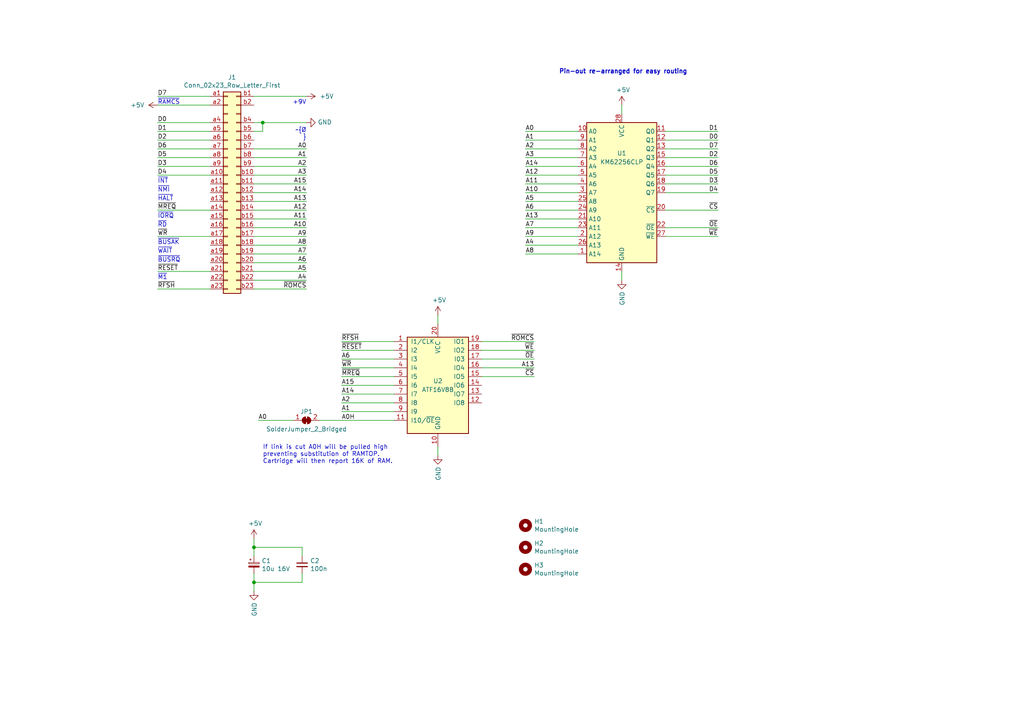
<source format=kicad_sch>
(kicad_sch (version 20211123) (generator eeschema)

  (uuid b1086f75-01ba-4188-8d36-75a9e2828ca9)

  (paper "A4")

  (title_block
    (title "ZX RAM Pack V2")
    (date "2022-03-21")
    (rev "2b")
  )

  (lib_symbols
    (symbol "Connector_Generic:Conn_02x23_Row_Letter_First" (pin_names (offset 1.016) hide) (in_bom yes) (on_board yes)
      (property "Reference" "J1" (id 0) (at 1.27 33.4518 0)
        (effects (font (size 1.27 1.27)))
      )
      (property "Value" "Conn_02x23_Row_Letter_First" (id 1) (at 1.27 31.1404 0)
        (effects (font (size 1.27 1.27)))
      )
      (property "Footprint" "AmberTronic:Connector_ZX80_ZX80_Card_Edge_2x24" (id 2) (at 0 0 0)
        (effects (font (size 1.27 1.27)) hide)
      )
      (property "Datasheet" "~" (id 3) (at 0 0 0)
        (effects (font (size 1.27 1.27)) hide)
      )
      (property "ki_keywords" "connector" (id 4) (at 0 0 0)
        (effects (font (size 1.27 1.27)) hide)
      )
      (property "ki_description" "Generic connector, double row, 02x23, row letter first pin numbering scheme (pin number consists of a letter for the row and a number for the pin index in this row. a1, ..., aN; b1, ..., bN), script generated (kicad-library-utils/schlib/autogen/connector/)" (id 5) (at 0 0 0)
        (effects (font (size 1.27 1.27)) hide)
      )
      (property "ki_fp_filters" "Connector*:*_2x??_*" (id 6) (at 0 0 0)
        (effects (font (size 1.27 1.27)) hide)
      )
      (symbol "Conn_02x23_Row_Letter_First_1_1"
        (rectangle (start -1.27 -27.813) (end 0 -28.067)
          (stroke (width 0.1524) (type default) (color 0 0 0 0))
          (fill (type none))
        )
        (rectangle (start -1.27 -25.273) (end 0 -25.527)
          (stroke (width 0.1524) (type default) (color 0 0 0 0))
          (fill (type none))
        )
        (rectangle (start -1.27 -22.733) (end 0 -22.987)
          (stroke (width 0.1524) (type default) (color 0 0 0 0))
          (fill (type none))
        )
        (rectangle (start -1.27 -20.193) (end 0 -20.447)
          (stroke (width 0.1524) (type default) (color 0 0 0 0))
          (fill (type none))
        )
        (rectangle (start -1.27 -17.653) (end 0 -17.907)
          (stroke (width 0.1524) (type default) (color 0 0 0 0))
          (fill (type none))
        )
        (rectangle (start -1.27 -15.113) (end 0 -15.367)
          (stroke (width 0.1524) (type default) (color 0 0 0 0))
          (fill (type none))
        )
        (rectangle (start -1.27 -12.573) (end 0 -12.827)
          (stroke (width 0.1524) (type default) (color 0 0 0 0))
          (fill (type none))
        )
        (rectangle (start -1.27 -10.033) (end 0 -10.287)
          (stroke (width 0.1524) (type default) (color 0 0 0 0))
          (fill (type none))
        )
        (rectangle (start -1.27 -7.493) (end 0 -7.747)
          (stroke (width 0.1524) (type default) (color 0 0 0 0))
          (fill (type none))
        )
        (rectangle (start -1.27 -4.953) (end 0 -5.207)
          (stroke (width 0.1524) (type default) (color 0 0 0 0))
          (fill (type none))
        )
        (rectangle (start -1.27 -2.413) (end 0 -2.667)
          (stroke (width 0.1524) (type default) (color 0 0 0 0))
          (fill (type none))
        )
        (rectangle (start -1.27 0.127) (end 0 -0.127)
          (stroke (width 0.1524) (type default) (color 0 0 0 0))
          (fill (type none))
        )
        (rectangle (start -1.27 2.667) (end 0 2.413)
          (stroke (width 0.1524) (type default) (color 0 0 0 0))
          (fill (type none))
        )
        (rectangle (start -1.27 5.207) (end 0 4.953)
          (stroke (width 0.1524) (type default) (color 0 0 0 0))
          (fill (type none))
        )
        (rectangle (start -1.27 7.747) (end 0 7.493)
          (stroke (width 0.1524) (type default) (color 0 0 0 0))
          (fill (type none))
        )
        (rectangle (start -1.27 10.287) (end 0 10.033)
          (stroke (width 0.1524) (type default) (color 0 0 0 0))
          (fill (type none))
        )
        (rectangle (start -1.27 12.827) (end 0 12.573)
          (stroke (width 0.1524) (type default) (color 0 0 0 0))
          (fill (type none))
        )
        (rectangle (start -1.27 15.367) (end 0 15.113)
          (stroke (width 0.1524) (type default) (color 0 0 0 0))
          (fill (type none))
        )
        (rectangle (start -1.27 17.907) (end 0 17.653)
          (stroke (width 0.1524) (type default) (color 0 0 0 0))
          (fill (type none))
        )
        (rectangle (start -1.27 20.447) (end 0 20.193)
          (stroke (width 0.1524) (type default) (color 0 0 0 0))
          (fill (type none))
        )
        (rectangle (start -1.27 22.987) (end 0 22.733)
          (stroke (width 0.1524) (type default) (color 0 0 0 0))
          (fill (type none))
        )
        (rectangle (start -1.27 25.527) (end 0 25.273)
          (stroke (width 0.1524) (type default) (color 0 0 0 0))
          (fill (type none))
        )
        (rectangle (start -1.27 28.067) (end 0 27.813)
          (stroke (width 0.1524) (type default) (color 0 0 0 0))
          (fill (type none))
        )
        (rectangle (start -1.27 29.21) (end 3.81 -29.21)
          (stroke (width 0.254) (type default) (color 0 0 0 0))
          (fill (type background))
        )
        (rectangle (start 3.81 -27.813) (end 2.54 -28.067)
          (stroke (width 0.1524) (type default) (color 0 0 0 0))
          (fill (type none))
        )
        (rectangle (start 3.81 -25.273) (end 2.54 -25.527)
          (stroke (width 0.1524) (type default) (color 0 0 0 0))
          (fill (type none))
        )
        (rectangle (start 3.81 -22.733) (end 2.54 -22.987)
          (stroke (width 0.1524) (type default) (color 0 0 0 0))
          (fill (type none))
        )
        (rectangle (start 3.81 -20.193) (end 2.54 -20.447)
          (stroke (width 0.1524) (type default) (color 0 0 0 0))
          (fill (type none))
        )
        (rectangle (start 3.81 -17.653) (end 2.54 -17.907)
          (stroke (width 0.1524) (type default) (color 0 0 0 0))
          (fill (type none))
        )
        (rectangle (start 3.81 -15.113) (end 2.54 -15.367)
          (stroke (width 0.1524) (type default) (color 0 0 0 0))
          (fill (type none))
        )
        (rectangle (start 3.81 -12.573) (end 2.54 -12.827)
          (stroke (width 0.1524) (type default) (color 0 0 0 0))
          (fill (type none))
        )
        (rectangle (start 3.81 -10.033) (end 2.54 -10.287)
          (stroke (width 0.1524) (type default) (color 0 0 0 0))
          (fill (type none))
        )
        (rectangle (start 3.81 -7.493) (end 2.54 -7.747)
          (stroke (width 0.1524) (type default) (color 0 0 0 0))
          (fill (type none))
        )
        (rectangle (start 3.81 -4.953) (end 2.54 -5.207)
          (stroke (width 0.1524) (type default) (color 0 0 0 0))
          (fill (type none))
        )
        (rectangle (start 3.81 -2.413) (end 2.54 -2.667)
          (stroke (width 0.1524) (type default) (color 0 0 0 0))
          (fill (type none))
        )
        (rectangle (start 3.81 0.127) (end 2.54 -0.127)
          (stroke (width 0.1524) (type default) (color 0 0 0 0))
          (fill (type none))
        )
        (rectangle (start 3.81 2.667) (end 2.54 2.413)
          (stroke (width 0.1524) (type default) (color 0 0 0 0))
          (fill (type none))
        )
        (rectangle (start 3.81 5.207) (end 2.54 4.953)
          (stroke (width 0.1524) (type default) (color 0 0 0 0))
          (fill (type none))
        )
        (rectangle (start 3.81 7.747) (end 2.54 7.493)
          (stroke (width 0.1524) (type default) (color 0 0 0 0))
          (fill (type none))
        )
        (rectangle (start 3.81 10.287) (end 2.54 10.033)
          (stroke (width 0.1524) (type default) (color 0 0 0 0))
          (fill (type none))
        )
        (rectangle (start 3.81 12.827) (end 2.54 12.573)
          (stroke (width 0.1524) (type default) (color 0 0 0 0))
          (fill (type none))
        )
        (rectangle (start 3.81 15.367) (end 2.54 15.113)
          (stroke (width 0.1524) (type default) (color 0 0 0 0))
          (fill (type none))
        )
        (rectangle (start 3.81 17.907) (end 2.54 17.653)
          (stroke (width 0.1524) (type default) (color 0 0 0 0))
          (fill (type none))
        )
        (rectangle (start 3.81 20.447) (end 2.54 20.193)
          (stroke (width 0.1524) (type default) (color 0 0 0 0))
          (fill (type none))
        )
        (rectangle (start 3.81 22.987) (end 2.54 22.733)
          (stroke (width 0.1524) (type default) (color 0 0 0 0))
          (fill (type none))
        )
        (rectangle (start 3.81 25.527) (end 2.54 25.273)
          (stroke (width 0.1524) (type default) (color 0 0 0 0))
          (fill (type none))
        )
        (rectangle (start 3.81 28.067) (end 2.54 27.813)
          (stroke (width 0.1524) (type default) (color 0 0 0 0))
          (fill (type none))
        )
        (pin passive line (at -5.08 27.94 0) (length 3.81)
          (name "Pin_a1" (effects (font (size 1.27 1.27))))
          (number "a1" (effects (font (size 1.27 1.27))))
        )
        (pin passive line (at -5.08 5.08 0) (length 3.81)
          (name "Pin_a10" (effects (font (size 1.27 1.27))))
          (number "a10" (effects (font (size 1.27 1.27))))
        )
        (pin passive line (at -5.08 2.54 0) (length 3.81)
          (name "Pin_a11" (effects (font (size 1.27 1.27))))
          (number "a11" (effects (font (size 1.27 1.27))))
        )
        (pin passive line (at -5.08 0 0) (length 3.81)
          (name "Pin_a12" (effects (font (size 1.27 1.27))))
          (number "a12" (effects (font (size 1.27 1.27))))
        )
        (pin passive line (at -5.08 -2.54 0) (length 3.81)
          (name "Pin_a13" (effects (font (size 1.27 1.27))))
          (number "a13" (effects (font (size 1.27 1.27))))
        )
        (pin passive line (at -5.08 -5.08 0) (length 3.81)
          (name "Pin_a14" (effects (font (size 1.27 1.27))))
          (number "a14" (effects (font (size 1.27 1.27))))
        )
        (pin passive line (at -5.08 -7.62 0) (length 3.81)
          (name "Pin_a15" (effects (font (size 1.27 1.27))))
          (number "a15" (effects (font (size 1.27 1.27))))
        )
        (pin passive line (at -5.08 -10.16 0) (length 3.81)
          (name "Pin_a16" (effects (font (size 1.27 1.27))))
          (number "a16" (effects (font (size 1.27 1.27))))
        )
        (pin passive line (at -5.08 -12.7 0) (length 3.81)
          (name "Pin_a17" (effects (font (size 1.27 1.27))))
          (number "a17" (effects (font (size 1.27 1.27))))
        )
        (pin passive line (at -5.08 -15.24 0) (length 3.81)
          (name "Pin_a18" (effects (font (size 1.27 1.27))))
          (number "a18" (effects (font (size 1.27 1.27))))
        )
        (pin passive line (at -5.08 -17.78 0) (length 3.81)
          (name "Pin_a19" (effects (font (size 1.27 1.27))))
          (number "a19" (effects (font (size 1.27 1.27))))
        )
        (pin passive line (at -5.08 25.4 0) (length 3.81)
          (name "Pin_a2" (effects (font (size 1.27 1.27))))
          (number "a2" (effects (font (size 1.27 1.27))))
        )
        (pin passive line (at -5.08 -20.32 0) (length 3.81)
          (name "Pin_a20" (effects (font (size 1.27 1.27))))
          (number "a20" (effects (font (size 1.27 1.27))))
        )
        (pin passive line (at -5.08 -22.86 0) (length 3.81)
          (name "Pin_a21" (effects (font (size 1.27 1.27))))
          (number "a21" (effects (font (size 1.27 1.27))))
        )
        (pin passive line (at -5.08 -25.4 0) (length 3.81)
          (name "Pin_a22" (effects (font (size 1.27 1.27))))
          (number "a22" (effects (font (size 1.27 1.27))))
        )
        (pin passive line (at -5.08 -27.94 0) (length 3.81)
          (name "Pin_a23" (effects (font (size 1.27 1.27))))
          (number "a23" (effects (font (size 1.27 1.27))))
        )
        (pin passive line (at -5.08 20.32 0) (length 3.81)
          (name "Pin_a4" (effects (font (size 1.27 1.27))))
          (number "a4" (effects (font (size 1.27 1.27))))
        )
        (pin passive line (at -5.08 17.78 0) (length 3.81)
          (name "Pin_a5" (effects (font (size 1.27 1.27))))
          (number "a5" (effects (font (size 1.27 1.27))))
        )
        (pin passive line (at -5.08 15.24 0) (length 3.81)
          (name "Pin_a6" (effects (font (size 1.27 1.27))))
          (number "a6" (effects (font (size 1.27 1.27))))
        )
        (pin passive line (at -5.08 12.7 0) (length 3.81)
          (name "Pin_a7" (effects (font (size 1.27 1.27))))
          (number "a7" (effects (font (size 1.27 1.27))))
        )
        (pin passive line (at -5.08 10.16 0) (length 3.81)
          (name "Pin_a8" (effects (font (size 1.27 1.27))))
          (number "a8" (effects (font (size 1.27 1.27))))
        )
        (pin passive line (at -5.08 7.62 0) (length 3.81)
          (name "Pin_a9" (effects (font (size 1.27 1.27))))
          (number "a9" (effects (font (size 1.27 1.27))))
        )
        (pin passive line (at 7.62 27.94 180) (length 3.81)
          (name "Pin_b1" (effects (font (size 1.27 1.27))))
          (number "b1" (effects (font (size 1.27 1.27))))
        )
        (pin passive line (at 7.62 5.08 180) (length 3.81)
          (name "Pin_b10" (effects (font (size 1.27 1.27))))
          (number "b10" (effects (font (size 1.27 1.27))))
        )
        (pin passive line (at 7.62 2.54 180) (length 3.81)
          (name "Pin_b11" (effects (font (size 1.27 1.27))))
          (number "b11" (effects (font (size 1.27 1.27))))
        )
        (pin passive line (at 7.62 0 180) (length 3.81)
          (name "Pin_b12" (effects (font (size 1.27 1.27))))
          (number "b12" (effects (font (size 1.27 1.27))))
        )
        (pin passive line (at 7.62 -2.54 180) (length 3.81)
          (name "Pin_b13" (effects (font (size 1.27 1.27))))
          (number "b13" (effects (font (size 1.27 1.27))))
        )
        (pin passive line (at 7.62 -5.08 180) (length 3.81)
          (name "Pin_b14" (effects (font (size 1.27 1.27))))
          (number "b14" (effects (font (size 1.27 1.27))))
        )
        (pin passive line (at 7.62 -7.62 180) (length 3.81)
          (name "Pin_b15" (effects (font (size 1.27 1.27))))
          (number "b15" (effects (font (size 1.27 1.27))))
        )
        (pin passive line (at 7.62 -10.16 180) (length 3.81)
          (name "Pin_b16" (effects (font (size 1.27 1.27))))
          (number "b16" (effects (font (size 1.27 1.27))))
        )
        (pin passive line (at 7.62 -12.7 180) (length 3.81)
          (name "Pin_b17" (effects (font (size 1.27 1.27))))
          (number "b17" (effects (font (size 1.27 1.27))))
        )
        (pin passive line (at 7.62 -15.24 180) (length 3.81)
          (name "Pin_b18" (effects (font (size 1.27 1.27))))
          (number "b18" (effects (font (size 1.27 1.27))))
        )
        (pin passive line (at 7.62 -17.78 180) (length 3.81)
          (name "Pin_b19" (effects (font (size 1.27 1.27))))
          (number "b19" (effects (font (size 1.27 1.27))))
        )
        (pin passive line (at 7.62 25.4 180) (length 3.81)
          (name "Pin_b2" (effects (font (size 1.27 1.27))))
          (number "b2" (effects (font (size 1.27 1.27))))
        )
        (pin passive line (at 7.62 -20.32 180) (length 3.81)
          (name "Pin_b20" (effects (font (size 1.27 1.27))))
          (number "b20" (effects (font (size 1.27 1.27))))
        )
        (pin passive line (at 7.62 -22.86 180) (length 3.81)
          (name "Pin_b21" (effects (font (size 1.27 1.27))))
          (number "b21" (effects (font (size 1.27 1.27))))
        )
        (pin passive line (at 7.62 -25.4 180) (length 3.81)
          (name "Pin_b22" (effects (font (size 1.27 1.27))))
          (number "b22" (effects (font (size 1.27 1.27))))
        )
        (pin passive line (at 7.62 -27.94 180) (length 3.81)
          (name "Pin_b23" (effects (font (size 1.27 1.27))))
          (number "b23" (effects (font (size 1.27 1.27))))
        )
        (pin passive line (at 7.62 20.32 180) (length 3.81)
          (name "Pin_b4" (effects (font (size 1.27 1.27))))
          (number "b4" (effects (font (size 1.27 1.27))))
        )
        (pin passive line (at 7.62 17.78 180) (length 3.81)
          (name "Pin_b5" (effects (font (size 1.27 1.27))))
          (number "b5" (effects (font (size 1.27 1.27))))
        )
        (pin passive line (at 7.62 15.24 180) (length 3.81)
          (name "Pin_b6" (effects (font (size 1.27 1.27))))
          (number "b6" (effects (font (size 1.27 1.27))))
        )
        (pin passive line (at 7.62 12.7 180) (length 3.81)
          (name "Pin_b7" (effects (font (size 1.27 1.27))))
          (number "b7" (effects (font (size 1.27 1.27))))
        )
        (pin passive line (at 7.62 10.16 180) (length 3.81)
          (name "Pin_b8" (effects (font (size 1.27 1.27))))
          (number "b8" (effects (font (size 1.27 1.27))))
        )
        (pin passive line (at 7.62 7.62 180) (length 3.81)
          (name "Pin_b9" (effects (font (size 1.27 1.27))))
          (number "b9" (effects (font (size 1.27 1.27))))
        )
      )
    )
    (symbol "Device:CP_Small" (pin_numbers hide) (pin_names (offset 0.254) hide) (in_bom yes) (on_board yes)
      (property "Reference" "C" (id 0) (at 0.254 1.778 0)
        (effects (font (size 1.27 1.27)) (justify left))
      )
      (property "Value" "Device_CP_Small" (id 1) (at 0.254 -2.032 0)
        (effects (font (size 1.27 1.27)) (justify left))
      )
      (property "Footprint" "" (id 2) (at 0 0 0)
        (effects (font (size 1.27 1.27)) hide)
      )
      (property "Datasheet" "" (id 3) (at 0 0 0)
        (effects (font (size 1.27 1.27)) hide)
      )
      (property "ki_fp_filters" "CP_*" (id 4) (at 0 0 0)
        (effects (font (size 1.27 1.27)) hide)
      )
      (symbol "CP_Small_0_1"
        (rectangle (start -1.524 -0.3048) (end 1.524 -0.6858)
          (stroke (width 0) (type default) (color 0 0 0 0))
          (fill (type outline))
        )
        (rectangle (start -1.524 0.6858) (end 1.524 0.3048)
          (stroke (width 0) (type default) (color 0 0 0 0))
          (fill (type none))
        )
        (polyline
          (pts
            (xy -1.27 1.524)
            (xy -0.762 1.524)
          )
          (stroke (width 0) (type default) (color 0 0 0 0))
          (fill (type none))
        )
        (polyline
          (pts
            (xy -1.016 1.27)
            (xy -1.016 1.778)
          )
          (stroke (width 0) (type default) (color 0 0 0 0))
          (fill (type none))
        )
      )
      (symbol "CP_Small_1_1"
        (pin passive line (at 0 2.54 270) (length 1.8542)
          (name "~" (effects (font (size 1.27 1.27))))
          (number "1" (effects (font (size 1.27 1.27))))
        )
        (pin passive line (at 0 -2.54 90) (length 1.8542)
          (name "~" (effects (font (size 1.27 1.27))))
          (number "2" (effects (font (size 1.27 1.27))))
        )
      )
    )
    (symbol "Device:C_Small" (pin_numbers hide) (pin_names (offset 0.254) hide) (in_bom yes) (on_board yes)
      (property "Reference" "C" (id 0) (at 0.254 1.778 0)
        (effects (font (size 1.27 1.27)) (justify left))
      )
      (property "Value" "C_Small" (id 1) (at 0.254 -2.032 0)
        (effects (font (size 1.27 1.27)) (justify left))
      )
      (property "Footprint" "" (id 2) (at 0 0 0)
        (effects (font (size 1.27 1.27)) hide)
      )
      (property "Datasheet" "~" (id 3) (at 0 0 0)
        (effects (font (size 1.27 1.27)) hide)
      )
      (property "ki_keywords" "capacitor cap" (id 4) (at 0 0 0)
        (effects (font (size 1.27 1.27)) hide)
      )
      (property "ki_description" "Unpolarized capacitor, small symbol" (id 5) (at 0 0 0)
        (effects (font (size 1.27 1.27)) hide)
      )
      (property "ki_fp_filters" "C_*" (id 6) (at 0 0 0)
        (effects (font (size 1.27 1.27)) hide)
      )
      (symbol "C_Small_0_1"
        (polyline
          (pts
            (xy -1.524 -0.508)
            (xy 1.524 -0.508)
          )
          (stroke (width 0.3302) (type default) (color 0 0 0 0))
          (fill (type none))
        )
        (polyline
          (pts
            (xy -1.524 0.508)
            (xy 1.524 0.508)
          )
          (stroke (width 0.3048) (type default) (color 0 0 0 0))
          (fill (type none))
        )
      )
      (symbol "C_Small_1_1"
        (pin passive line (at 0 2.54 270) (length 2.032)
          (name "~" (effects (font (size 1.27 1.27))))
          (number "1" (effects (font (size 1.27 1.27))))
        )
        (pin passive line (at 0 -2.54 90) (length 2.032)
          (name "~" (effects (font (size 1.27 1.27))))
          (number "2" (effects (font (size 1.27 1.27))))
        )
      )
    )
    (symbol "Jumper:SolderJumper_2_Bridged" (pin_names (offset 0) hide) (in_bom yes) (on_board yes)
      (property "Reference" "JP" (id 0) (at 0 2.032 0)
        (effects (font (size 1.27 1.27)))
      )
      (property "Value" "SolderJumper_2_Bridged" (id 1) (at 0 -2.54 0)
        (effects (font (size 1.27 1.27)))
      )
      (property "Footprint" "" (id 2) (at 0 0 0)
        (effects (font (size 1.27 1.27)) hide)
      )
      (property "Datasheet" "~" (id 3) (at 0 0 0)
        (effects (font (size 1.27 1.27)) hide)
      )
      (property "ki_keywords" "solder jumper SPST" (id 4) (at 0 0 0)
        (effects (font (size 1.27 1.27)) hide)
      )
      (property "ki_description" "Solder Jumper, 2-pole, closed/bridged" (id 5) (at 0 0 0)
        (effects (font (size 1.27 1.27)) hide)
      )
      (property "ki_fp_filters" "SolderJumper*Bridged*" (id 6) (at 0 0 0)
        (effects (font (size 1.27 1.27)) hide)
      )
      (symbol "SolderJumper_2_Bridged_0_1"
        (rectangle (start -0.508 0.508) (end 0.508 -0.508)
          (stroke (width 0) (type default) (color 0 0 0 0))
          (fill (type outline))
        )
        (arc (start -0.254 1.016) (mid -1.27 0) (end -0.254 -1.016)
          (stroke (width 0) (type default) (color 0 0 0 0))
          (fill (type none))
        )
        (arc (start -0.254 1.016) (mid -1.27 0) (end -0.254 -1.016)
          (stroke (width 0) (type default) (color 0 0 0 0))
          (fill (type outline))
        )
        (polyline
          (pts
            (xy -0.254 1.016)
            (xy -0.254 -1.016)
          )
          (stroke (width 0) (type default) (color 0 0 0 0))
          (fill (type none))
        )
        (polyline
          (pts
            (xy 0.254 1.016)
            (xy 0.254 -1.016)
          )
          (stroke (width 0) (type default) (color 0 0 0 0))
          (fill (type none))
        )
        (arc (start 0.254 -1.016) (mid 1.27 0) (end 0.254 1.016)
          (stroke (width 0) (type default) (color 0 0 0 0))
          (fill (type none))
        )
        (arc (start 0.254 -1.016) (mid 1.27 0) (end 0.254 1.016)
          (stroke (width 0) (type default) (color 0 0 0 0))
          (fill (type outline))
        )
      )
      (symbol "SolderJumper_2_Bridged_1_1"
        (pin passive line (at -3.81 0 0) (length 2.54)
          (name "A" (effects (font (size 1.27 1.27))))
          (number "1" (effects (font (size 1.27 1.27))))
        )
        (pin passive line (at 3.81 0 180) (length 2.54)
          (name "B" (effects (font (size 1.27 1.27))))
          (number "2" (effects (font (size 1.27 1.27))))
        )
      )
    )
    (symbol "Logic_Programmable:GAL16V8" (pin_names (offset 1.016)) (in_bom yes) (on_board yes)
      (property "Reference" "U" (id 0) (at -8.89 16.51 0)
        (effects (font (size 1.27 1.27)) (justify left))
      )
      (property "Value" "GAL16V8" (id 1) (at 1.27 16.51 0)
        (effects (font (size 1.27 1.27)) (justify left))
      )
      (property "Footprint" "" (id 2) (at 0 0 0)
        (effects (font (size 1.27 1.27)) hide)
      )
      (property "Datasheet" "" (id 3) (at 0 0 0)
        (effects (font (size 1.27 1.27)) hide)
      )
      (property "ki_keywords" "GAL PLD 16V8" (id 4) (at 0 0 0)
        (effects (font (size 1.27 1.27)) hide)
      )
      (property "ki_description" "Programmable Logic Array, DIP-20/SOIC-20/PLCC-20" (id 5) (at 0 0 0)
        (effects (font (size 1.27 1.27)) hide)
      )
      (property "ki_fp_filters" "DIP* PDIP* SOIC* SO* PLCC*" (id 6) (at 0 0 0)
        (effects (font (size 1.27 1.27)) hide)
      )
      (symbol "GAL16V8_0_0"
        (pin power_in line (at 0 -17.78 90) (length 3.81)
          (name "GND" (effects (font (size 1.27 1.27))))
          (number "10" (effects (font (size 1.27 1.27))))
        )
        (pin power_in line (at 0 17.78 270) (length 3.81)
          (name "VCC" (effects (font (size 1.27 1.27))))
          (number "20" (effects (font (size 1.27 1.27))))
        )
      )
      (symbol "GAL16V8_0_1"
        (rectangle (start -8.89 13.97) (end 8.89 -13.97)
          (stroke (width 0.254) (type default) (color 0 0 0 0))
          (fill (type background))
        )
      )
      (symbol "GAL16V8_1_1"
        (pin input line (at -12.7 12.7 0) (length 3.81)
          (name "I1/CLK" (effects (font (size 1.27 1.27))))
          (number "1" (effects (font (size 1.27 1.27))))
        )
        (pin input line (at -12.7 -10.16 0) (length 3.81)
          (name "I10/~{OE}" (effects (font (size 1.27 1.27))))
          (number "11" (effects (font (size 1.27 1.27))))
        )
        (pin tri_state line (at 12.7 -5.08 180) (length 3.81)
          (name "IO8" (effects (font (size 1.27 1.27))))
          (number "12" (effects (font (size 1.27 1.27))))
        )
        (pin tri_state line (at 12.7 -2.54 180) (length 3.81)
          (name "IO7" (effects (font (size 1.27 1.27))))
          (number "13" (effects (font (size 1.27 1.27))))
        )
        (pin tri_state line (at 12.7 0 180) (length 3.81)
          (name "IO6" (effects (font (size 1.27 1.27))))
          (number "14" (effects (font (size 1.27 1.27))))
        )
        (pin tri_state line (at 12.7 2.54 180) (length 3.81)
          (name "IO5" (effects (font (size 1.27 1.27))))
          (number "15" (effects (font (size 1.27 1.27))))
        )
        (pin tri_state line (at 12.7 5.08 180) (length 3.81)
          (name "IO4" (effects (font (size 1.27 1.27))))
          (number "16" (effects (font (size 1.27 1.27))))
        )
        (pin tri_state line (at 12.7 7.62 180) (length 3.81)
          (name "I03" (effects (font (size 1.27 1.27))))
          (number "17" (effects (font (size 1.27 1.27))))
        )
        (pin tri_state line (at 12.7 10.16 180) (length 3.81)
          (name "IO2" (effects (font (size 1.27 1.27))))
          (number "18" (effects (font (size 1.27 1.27))))
        )
        (pin tri_state line (at 12.7 12.7 180) (length 3.81)
          (name "IO1" (effects (font (size 1.27 1.27))))
          (number "19" (effects (font (size 1.27 1.27))))
        )
        (pin input line (at -12.7 10.16 0) (length 3.81)
          (name "I2" (effects (font (size 1.27 1.27))))
          (number "2" (effects (font (size 1.27 1.27))))
        )
        (pin input line (at -12.7 7.62 0) (length 3.81)
          (name "I3" (effects (font (size 1.27 1.27))))
          (number "3" (effects (font (size 1.27 1.27))))
        )
        (pin input line (at -12.7 5.08 0) (length 3.81)
          (name "I4" (effects (font (size 1.27 1.27))))
          (number "4" (effects (font (size 1.27 1.27))))
        )
        (pin input line (at -12.7 2.54 0) (length 3.81)
          (name "I5" (effects (font (size 1.27 1.27))))
          (number "5" (effects (font (size 1.27 1.27))))
        )
        (pin input line (at -12.7 0 0) (length 3.81)
          (name "I6" (effects (font (size 1.27 1.27))))
          (number "6" (effects (font (size 1.27 1.27))))
        )
        (pin input line (at -12.7 -2.54 0) (length 3.81)
          (name "I7" (effects (font (size 1.27 1.27))))
          (number "7" (effects (font (size 1.27 1.27))))
        )
        (pin input line (at -12.7 -5.08 0) (length 3.81)
          (name "I8" (effects (font (size 1.27 1.27))))
          (number "8" (effects (font (size 1.27 1.27))))
        )
        (pin input line (at -12.7 -7.62 0) (length 3.81)
          (name "I9" (effects (font (size 1.27 1.27))))
          (number "9" (effects (font (size 1.27 1.27))))
        )
      )
    )
    (symbol "Mechanical:MountingHole" (pin_names (offset 1.016)) (in_bom yes) (on_board yes)
      (property "Reference" "H" (id 0) (at 0 5.08 0)
        (effects (font (size 1.27 1.27)))
      )
      (property "Value" "MountingHole" (id 1) (at 0 3.175 0)
        (effects (font (size 1.27 1.27)))
      )
      (property "Footprint" "" (id 2) (at 0 0 0)
        (effects (font (size 1.27 1.27)) hide)
      )
      (property "Datasheet" "~" (id 3) (at 0 0 0)
        (effects (font (size 1.27 1.27)) hide)
      )
      (property "ki_keywords" "mounting hole" (id 4) (at 0 0 0)
        (effects (font (size 1.27 1.27)) hide)
      )
      (property "ki_description" "Mounting Hole without connection" (id 5) (at 0 0 0)
        (effects (font (size 1.27 1.27)) hide)
      )
      (property "ki_fp_filters" "MountingHole*" (id 6) (at 0 0 0)
        (effects (font (size 1.27 1.27)) hide)
      )
      (symbol "MountingHole_0_1"
        (circle (center 0 0) (radius 1.27)
          (stroke (width 1.27) (type default) (color 0 0 0 0))
          (fill (type none))
        )
      )
    )
    (symbol "Memory_RAM:KM62256CLP" (in_bom yes) (on_board yes)
      (property "Reference" "U" (id 0) (at -10.16 20.955 0)
        (effects (font (size 1.27 1.27)) (justify left bottom))
      )
      (property "Value" "KM62256CLP" (id 1) (at 2.54 20.955 0)
        (effects (font (size 1.27 1.27)) (justify left bottom))
      )
      (property "Footprint" "Package_DIP:DIP-28_W15.24mm" (id 2) (at 0 -2.54 0)
        (effects (font (size 1.27 1.27)) hide)
      )
      (property "Datasheet" "https://www.futurlec.com/Datasheet/Memory/62256.pdf" (id 3) (at 0 -2.54 0)
        (effects (font (size 1.27 1.27)) hide)
      )
      (property "ki_keywords" "RAM SRAM CMOS MEMORY" (id 4) (at 0 0 0)
        (effects (font (size 1.27 1.27)) hide)
      )
      (property "ki_description" "32Kx8 bit Low Power CMOS Static RAM, 55/70ns, DIP-28" (id 5) (at 0 0 0)
        (effects (font (size 1.27 1.27)) hide)
      )
      (property "ki_fp_filters" "DIP*W15.24mm*" (id 6) (at 0 0 0)
        (effects (font (size 1.27 1.27)) hide)
      )
      (symbol "KM62256CLP_0_0"
        (pin power_in line (at 0 -22.86 90) (length 2.54)
          (name "GND" (effects (font (size 1.27 1.27))))
          (number "14" (effects (font (size 1.27 1.27))))
        )
        (pin power_in line (at 0 22.86 270) (length 2.54)
          (name "VCC" (effects (font (size 1.27 1.27))))
          (number "28" (effects (font (size 1.27 1.27))))
        )
      )
      (symbol "KM62256CLP_0_1"
        (rectangle (start -10.16 20.32) (end 10.16 -20.32)
          (stroke (width 0.254) (type default) (color 0 0 0 0))
          (fill (type background))
        )
      )
      (symbol "KM62256CLP_1_1"
        (pin input line (at -12.7 -17.78 0) (length 2.54)
          (name "A14" (effects (font (size 1.27 1.27))))
          (number "1" (effects (font (size 1.27 1.27))))
        )
        (pin input line (at -12.7 17.78 0) (length 2.54)
          (name "A0" (effects (font (size 1.27 1.27))))
          (number "10" (effects (font (size 1.27 1.27))))
        )
        (pin tri_state line (at 12.7 17.78 180) (length 2.54)
          (name "Q0" (effects (font (size 1.27 1.27))))
          (number "11" (effects (font (size 1.27 1.27))))
        )
        (pin tri_state line (at 12.7 15.24 180) (length 2.54)
          (name "Q1" (effects (font (size 1.27 1.27))))
          (number "12" (effects (font (size 1.27 1.27))))
        )
        (pin tri_state line (at 12.7 12.7 180) (length 2.54)
          (name "Q2" (effects (font (size 1.27 1.27))))
          (number "13" (effects (font (size 1.27 1.27))))
        )
        (pin tri_state line (at 12.7 10.16 180) (length 2.54)
          (name "Q3" (effects (font (size 1.27 1.27))))
          (number "15" (effects (font (size 1.27 1.27))))
        )
        (pin tri_state line (at 12.7 7.62 180) (length 2.54)
          (name "Q4" (effects (font (size 1.27 1.27))))
          (number "16" (effects (font (size 1.27 1.27))))
        )
        (pin tri_state line (at 12.7 5.08 180) (length 2.54)
          (name "Q5" (effects (font (size 1.27 1.27))))
          (number "17" (effects (font (size 1.27 1.27))))
        )
        (pin tri_state line (at 12.7 2.54 180) (length 2.54)
          (name "Q6" (effects (font (size 1.27 1.27))))
          (number "18" (effects (font (size 1.27 1.27))))
        )
        (pin tri_state line (at 12.7 0 180) (length 2.54)
          (name "Q7" (effects (font (size 1.27 1.27))))
          (number "19" (effects (font (size 1.27 1.27))))
        )
        (pin input line (at -12.7 -12.7 0) (length 2.54)
          (name "A12" (effects (font (size 1.27 1.27))))
          (number "2" (effects (font (size 1.27 1.27))))
        )
        (pin input line (at 12.7 -5.08 180) (length 2.54)
          (name "~{CS}" (effects (font (size 1.27 1.27))))
          (number "20" (effects (font (size 1.27 1.27))))
        )
        (pin input line (at -12.7 -7.62 0) (length 2.54)
          (name "A10" (effects (font (size 1.27 1.27))))
          (number "21" (effects (font (size 1.27 1.27))))
        )
        (pin input line (at 12.7 -10.16 180) (length 2.54)
          (name "~{OE}" (effects (font (size 1.27 1.27))))
          (number "22" (effects (font (size 1.27 1.27))))
        )
        (pin input line (at -12.7 -10.16 0) (length 2.54)
          (name "A11" (effects (font (size 1.27 1.27))))
          (number "23" (effects (font (size 1.27 1.27))))
        )
        (pin input line (at -12.7 -5.08 0) (length 2.54)
          (name "A9" (effects (font (size 1.27 1.27))))
          (number "24" (effects (font (size 1.27 1.27))))
        )
        (pin input line (at -12.7 -2.54 0) (length 2.54)
          (name "A8" (effects (font (size 1.27 1.27))))
          (number "25" (effects (font (size 1.27 1.27))))
        )
        (pin input line (at -12.7 -15.24 0) (length 2.54)
          (name "A13" (effects (font (size 1.27 1.27))))
          (number "26" (effects (font (size 1.27 1.27))))
        )
        (pin input line (at 12.7 -12.7 180) (length 2.54)
          (name "~{WE}" (effects (font (size 1.27 1.27))))
          (number "27" (effects (font (size 1.27 1.27))))
        )
        (pin input line (at -12.7 0 0) (length 2.54)
          (name "A7" (effects (font (size 1.27 1.27))))
          (number "3" (effects (font (size 1.27 1.27))))
        )
        (pin input line (at -12.7 2.54 0) (length 2.54)
          (name "A6" (effects (font (size 1.27 1.27))))
          (number "4" (effects (font (size 1.27 1.27))))
        )
        (pin input line (at -12.7 5.08 0) (length 2.54)
          (name "A5" (effects (font (size 1.27 1.27))))
          (number "5" (effects (font (size 1.27 1.27))))
        )
        (pin input line (at -12.7 7.62 0) (length 2.54)
          (name "A4" (effects (font (size 1.27 1.27))))
          (number "6" (effects (font (size 1.27 1.27))))
        )
        (pin input line (at -12.7 10.16 0) (length 2.54)
          (name "A3" (effects (font (size 1.27 1.27))))
          (number "7" (effects (font (size 1.27 1.27))))
        )
        (pin input line (at -12.7 12.7 0) (length 2.54)
          (name "A2" (effects (font (size 1.27 1.27))))
          (number "8" (effects (font (size 1.27 1.27))))
        )
        (pin input line (at -12.7 15.24 0) (length 2.54)
          (name "A1" (effects (font (size 1.27 1.27))))
          (number "9" (effects (font (size 1.27 1.27))))
        )
      )
    )
    (symbol "power:+5V" (power) (pin_names (offset 0)) (in_bom yes) (on_board yes)
      (property "Reference" "#PWR" (id 0) (at 0 -3.81 0)
        (effects (font (size 1.27 1.27)) hide)
      )
      (property "Value" "+5V" (id 1) (at 0 3.556 0)
        (effects (font (size 1.27 1.27)))
      )
      (property "Footprint" "" (id 2) (at 0 0 0)
        (effects (font (size 1.27 1.27)) hide)
      )
      (property "Datasheet" "" (id 3) (at 0 0 0)
        (effects (font (size 1.27 1.27)) hide)
      )
      (property "ki_keywords" "power-flag" (id 4) (at 0 0 0)
        (effects (font (size 1.27 1.27)) hide)
      )
      (property "ki_description" "Power symbol creates a global label with name \"+5V\"" (id 5) (at 0 0 0)
        (effects (font (size 1.27 1.27)) hide)
      )
      (symbol "+5V_0_1"
        (polyline
          (pts
            (xy -0.762 1.27)
            (xy 0 2.54)
          )
          (stroke (width 0) (type default) (color 0 0 0 0))
          (fill (type none))
        )
        (polyline
          (pts
            (xy 0 0)
            (xy 0 2.54)
          )
          (stroke (width 0) (type default) (color 0 0 0 0))
          (fill (type none))
        )
        (polyline
          (pts
            (xy 0 2.54)
            (xy 0.762 1.27)
          )
          (stroke (width 0) (type default) (color 0 0 0 0))
          (fill (type none))
        )
      )
      (symbol "+5V_1_1"
        (pin power_in line (at 0 0 90) (length 0) hide
          (name "+5V" (effects (font (size 1.27 1.27))))
          (number "1" (effects (font (size 1.27 1.27))))
        )
      )
    )
    (symbol "power:GND" (power) (pin_names (offset 0)) (in_bom yes) (on_board yes)
      (property "Reference" "#PWR" (id 0) (at 0 -6.35 0)
        (effects (font (size 1.27 1.27)) hide)
      )
      (property "Value" "GND" (id 1) (at 0 -3.81 0)
        (effects (font (size 1.27 1.27)))
      )
      (property "Footprint" "" (id 2) (at 0 0 0)
        (effects (font (size 1.27 1.27)) hide)
      )
      (property "Datasheet" "" (id 3) (at 0 0 0)
        (effects (font (size 1.27 1.27)) hide)
      )
      (property "ki_keywords" "power-flag" (id 4) (at 0 0 0)
        (effects (font (size 1.27 1.27)) hide)
      )
      (property "ki_description" "Power symbol creates a global label with name \"GND\" , ground" (id 5) (at 0 0 0)
        (effects (font (size 1.27 1.27)) hide)
      )
      (symbol "GND_0_1"
        (polyline
          (pts
            (xy 0 0)
            (xy 0 -1.27)
            (xy 1.27 -1.27)
            (xy 0 -2.54)
            (xy -1.27 -1.27)
            (xy 0 -1.27)
          )
          (stroke (width 0) (type default) (color 0 0 0 0))
          (fill (type none))
        )
      )
      (symbol "GND_1_1"
        (pin power_in line (at 0 0 270) (length 0) hide
          (name "GND" (effects (font (size 1.27 1.27))))
          (number "1" (effects (font (size 1.27 1.27))))
        )
      )
    )
  )

  (junction (at 73.66 158.75) (diameter 0) (color 0 0 0 0)
    (uuid 21ae9c3a-7138-444e-be38-56a4842ab594)
  )
  (junction (at 73.66 168.91) (diameter 0) (color 0 0 0 0)
    (uuid 57c0c267-8bf9-4cc7-b734-d71a239ac313)
  )
  (junction (at 76.2 35.56) (diameter 0) (color 0 0 0 0)
    (uuid 63ff1c93-3f96-4c33-b498-5dd8c33bccc0)
  )

  (wire (pts (xy 73.66 48.26) (xy 88.9 48.26))
    (stroke (width 0) (type default) (color 0 0 0 0))
    (uuid 0217dfc4-fc13-4699-99ad-d9948522648e)
  )
  (wire (pts (xy 193.04 40.64) (xy 208.28 40.64))
    (stroke (width 0) (type default) (color 0 0 0 0))
    (uuid 0c3dceba-7c95-4b3d-b590-0eb581444beb)
  )
  (wire (pts (xy 73.66 83.82) (xy 88.9 83.82))
    (stroke (width 0) (type default) (color 0 0 0 0))
    (uuid 0e8f7fc0-2ef2-4b90-9c15-8a3a601ee459)
  )
  (wire (pts (xy 73.66 66.04) (xy 88.9 66.04))
    (stroke (width 0) (type default) (color 0 0 0 0))
    (uuid 12422a89-3d0c-485c-9386-f77121fd68fd)
  )
  (wire (pts (xy 167.64 68.58) (xy 152.4 68.58))
    (stroke (width 0) (type default) (color 0 0 0 0))
    (uuid 13c0ff76-ed71-4cd9-abb0-92c376825d5d)
  )
  (wire (pts (xy 73.66 158.75) (xy 87.63 158.75))
    (stroke (width 0) (type default) (color 0 0 0 0))
    (uuid 14769dc5-8525-4984-8b15-a734ee247efa)
  )
  (wire (pts (xy 74.93 121.92) (xy 85.09 121.92))
    (stroke (width 0) (type default) (color 0 0 0 0))
    (uuid 15fe8f3d-6077-4e0e-81d0-8ec3f4538981)
  )
  (wire (pts (xy 87.63 158.75) (xy 87.63 161.29))
    (stroke (width 0) (type default) (color 0 0 0 0))
    (uuid 19c56563-5fe3-442a-885b-418dbc2421eb)
  )
  (wire (pts (xy 73.66 63.5) (xy 88.9 63.5))
    (stroke (width 0) (type default) (color 0 0 0 0))
    (uuid 1a6d2848-e78e-49fe-8978-e1890f07836f)
  )
  (wire (pts (xy 167.64 50.8) (xy 152.4 50.8))
    (stroke (width 0) (type default) (color 0 0 0 0))
    (uuid 1f3003e6-dce5-420f-906b-3f1e92b67249)
  )
  (wire (pts (xy 60.96 83.82) (xy 45.72 83.82))
    (stroke (width 0) (type default) (color 0 0 0 0))
    (uuid 20c315f4-1e4f-49aa-8d61-778a7389df7e)
  )
  (wire (pts (xy 73.66 81.28) (xy 88.9 81.28))
    (stroke (width 0) (type default) (color 0 0 0 0))
    (uuid 25d545dc-8f50-4573-922c-35ef5a2a3a19)
  )
  (wire (pts (xy 114.3 109.22) (xy 99.06 109.22))
    (stroke (width 0) (type default) (color 0 0 0 0))
    (uuid 27d56953-c620-4d5b-9c1c-e48bc3d9684a)
  )
  (wire (pts (xy 114.3 116.84) (xy 99.06 116.84))
    (stroke (width 0) (type default) (color 0 0 0 0))
    (uuid 29195ea4-8218-44a1-b4bf-466bee0082e4)
  )
  (wire (pts (xy 114.3 101.6) (xy 99.06 101.6))
    (stroke (width 0) (type default) (color 0 0 0 0))
    (uuid 29e058a7-50a3-43e5-81c3-bfee53da08be)
  )
  (wire (pts (xy 60.96 40.64) (xy 45.72 40.64))
    (stroke (width 0) (type default) (color 0 0 0 0))
    (uuid 2d210a96-f81f-42a9-8bf4-1b43c11086f3)
  )
  (wire (pts (xy 193.04 60.96) (xy 208.28 60.96))
    (stroke (width 0) (type default) (color 0 0 0 0))
    (uuid 2e842263-c0ba-46fd-a760-6624d4c78278)
  )
  (wire (pts (xy 167.64 53.34) (xy 152.4 53.34))
    (stroke (width 0) (type default) (color 0 0 0 0))
    (uuid 378af8b4-af3d-46e7-89ae-deff12ca9067)
  )
  (wire (pts (xy 73.66 53.34) (xy 88.9 53.34))
    (stroke (width 0) (type default) (color 0 0 0 0))
    (uuid 3a7648d8-121a-4921-9b92-9b35b76ce39b)
  )
  (wire (pts (xy 73.66 55.88) (xy 88.9 55.88))
    (stroke (width 0) (type default) (color 0 0 0 0))
    (uuid 3e903008-0276-4a73-8edb-5d9dfde6297c)
  )
  (wire (pts (xy 73.66 68.58) (xy 88.9 68.58))
    (stroke (width 0) (type default) (color 0 0 0 0))
    (uuid 40165eda-4ba6-4565-9bb4-b9df6dbb08da)
  )
  (wire (pts (xy 60.96 50.8) (xy 45.72 50.8))
    (stroke (width 0) (type default) (color 0 0 0 0))
    (uuid 42713045-fffd-4b2d-ae1e-7232d705fb12)
  )
  (wire (pts (xy 73.66 60.96) (xy 88.9 60.96))
    (stroke (width 0) (type default) (color 0 0 0 0))
    (uuid 45008225-f50f-4d6b-b508-6730a9408caf)
  )
  (wire (pts (xy 193.04 66.04) (xy 208.28 66.04))
    (stroke (width 0) (type default) (color 0 0 0 0))
    (uuid 4632212f-13ce-4392-bc68-ccb9ba333770)
  )
  (wire (pts (xy 73.66 71.12) (xy 88.9 71.12))
    (stroke (width 0) (type default) (color 0 0 0 0))
    (uuid 4780a290-d25c-4459-9579-eba3f7678762)
  )
  (wire (pts (xy 180.34 81.28) (xy 180.34 78.74))
    (stroke (width 0) (type default) (color 0 0 0 0))
    (uuid 4a21e717-d46d-4d9e-8b98-af4ecb02d3ec)
  )
  (wire (pts (xy 73.66 35.56) (xy 76.2 35.56))
    (stroke (width 0) (type default) (color 0 0 0 0))
    (uuid 4a4ec8d9-3d72-4952-83d4-808f65849a2b)
  )
  (wire (pts (xy 193.04 68.58) (xy 208.28 68.58))
    (stroke (width 0) (type default) (color 0 0 0 0))
    (uuid 5114c7bf-b955-49f3-a0a8-4b954c81bde0)
  )
  (wire (pts (xy 139.7 101.6) (xy 154.94 101.6))
    (stroke (width 0) (type default) (color 0 0 0 0))
    (uuid 52993c55-48a5-4744-9dbb-f7eb4807ee61)
  )
  (wire (pts (xy 73.66 168.91) (xy 73.66 166.37))
    (stroke (width 0) (type default) (color 0 0 0 0))
    (uuid 5ca4be1c-537e-4a4a-b344-d0c8ffde8546)
  )
  (wire (pts (xy 167.64 43.18) (xy 152.4 43.18))
    (stroke (width 0) (type default) (color 0 0 0 0))
    (uuid 60dcd1fe-7079-4cb8-b509-04558ccf5097)
  )
  (wire (pts (xy 73.66 43.18) (xy 88.9 43.18))
    (stroke (width 0) (type default) (color 0 0 0 0))
    (uuid 61fe293f-6808-4b7f-9340-9aaac7054a97)
  )
  (wire (pts (xy 73.66 58.42) (xy 88.9 58.42))
    (stroke (width 0) (type default) (color 0 0 0 0))
    (uuid 6475547d-3216-45a4-a15c-48314f1dd0f9)
  )
  (wire (pts (xy 193.04 45.72) (xy 208.28 45.72))
    (stroke (width 0) (type default) (color 0 0 0 0))
    (uuid 6595b9c7-02ee-4647-bde5-6b566e35163e)
  )
  (wire (pts (xy 139.7 106.68) (xy 154.94 106.68))
    (stroke (width 0) (type default) (color 0 0 0 0))
    (uuid 675bb9b6-2005-4a9f-96b9-341a2d5d4912)
  )
  (wire (pts (xy 167.64 60.96) (xy 152.4 60.96))
    (stroke (width 0) (type default) (color 0 0 0 0))
    (uuid 68877d35-b796-44db-9124-b8e744e7412e)
  )
  (wire (pts (xy 73.66 50.8) (xy 88.9 50.8))
    (stroke (width 0) (type default) (color 0 0 0 0))
    (uuid 6bfe5804-2ef9-4c65-b2a7-f01e4014370a)
  )
  (wire (pts (xy 60.96 43.18) (xy 45.72 43.18))
    (stroke (width 0) (type default) (color 0 0 0 0))
    (uuid 6c2e273e-743c-4f1e-a647-4171f8122550)
  )
  (wire (pts (xy 167.64 71.12) (xy 152.4 71.12))
    (stroke (width 0) (type default) (color 0 0 0 0))
    (uuid 6d26d68f-1ca7-4ff3-b058-272f1c399047)
  )
  (wire (pts (xy 60.96 78.74) (xy 45.72 78.74))
    (stroke (width 0) (type default) (color 0 0 0 0))
    (uuid 6fd4442e-30b3-428b-9306-61418a63d311)
  )
  (wire (pts (xy 193.04 48.26) (xy 208.28 48.26))
    (stroke (width 0) (type default) (color 0 0 0 0))
    (uuid 770ad51a-7219-4633-b24a-bd20feb0a6c5)
  )
  (wire (pts (xy 193.04 53.34) (xy 208.28 53.34))
    (stroke (width 0) (type default) (color 0 0 0 0))
    (uuid 789ca812-3e0c-4a3f-97bc-a916dd9bce80)
  )
  (wire (pts (xy 60.96 48.26) (xy 45.72 48.26))
    (stroke (width 0) (type default) (color 0 0 0 0))
    (uuid 7aed3a71-054b-4aaa-9c0a-030523c32827)
  )
  (wire (pts (xy 45.72 30.48) (xy 60.96 30.48))
    (stroke (width 0) (type default) (color 0 0 0 0))
    (uuid 7b044939-8c4d-444f-b9e0-a15fcdeb5a86)
  )
  (wire (pts (xy 73.66 168.91) (xy 87.63 168.91))
    (stroke (width 0) (type default) (color 0 0 0 0))
    (uuid 7cee474b-af8f-4832-b07a-c43c1ab0b464)
  )
  (wire (pts (xy 60.96 45.72) (xy 45.72 45.72))
    (stroke (width 0) (type default) (color 0 0 0 0))
    (uuid 7dc880bc-e7eb-4cce-8d8c-0b65a9dd788e)
  )
  (wire (pts (xy 60.96 68.58) (xy 45.72 68.58))
    (stroke (width 0) (type default) (color 0 0 0 0))
    (uuid 80094b70-85ab-4ff6-934b-60d5ee65023a)
  )
  (wire (pts (xy 114.3 104.14) (xy 99.06 104.14))
    (stroke (width 0) (type default) (color 0 0 0 0))
    (uuid 82be7aae-5d06-4178-8c3e-98760c41b054)
  )
  (wire (pts (xy 167.64 73.66) (xy 152.4 73.66))
    (stroke (width 0) (type default) (color 0 0 0 0))
    (uuid 8412992d-8754-44de-9e08-115cec1a3eff)
  )
  (wire (pts (xy 73.66 27.94) (xy 88.9 27.94))
    (stroke (width 0) (type default) (color 0 0 0 0))
    (uuid 852dabbf-de45-4470-8176-59d37a754407)
  )
  (wire (pts (xy 87.63 168.91) (xy 87.63 166.37))
    (stroke (width 0) (type default) (color 0 0 0 0))
    (uuid 853ee787-6e2c-4f32-bc75-6c17337dd3d5)
  )
  (wire (pts (xy 167.64 40.64) (xy 152.4 40.64))
    (stroke (width 0) (type default) (color 0 0 0 0))
    (uuid 8c514922-ffe1-4e37-a260-e807409f2e0d)
  )
  (wire (pts (xy 167.64 63.5) (xy 152.4 63.5))
    (stroke (width 0) (type default) (color 0 0 0 0))
    (uuid 8ca3e20d-bcc7-4c5e-9deb-562dfed9fecb)
  )
  (wire (pts (xy 73.66 45.72) (xy 88.9 45.72))
    (stroke (width 0) (type default) (color 0 0 0 0))
    (uuid 8da933a9-35f8-42e6-8504-d1bab7264306)
  )
  (wire (pts (xy 60.96 35.56) (xy 45.72 35.56))
    (stroke (width 0) (type default) (color 0 0 0 0))
    (uuid 94a873dc-af67-4ef9-8159-1f7c93eeb3d7)
  )
  (wire (pts (xy 60.96 60.96) (xy 45.72 60.96))
    (stroke (width 0) (type default) (color 0 0 0 0))
    (uuid 97fe9c60-586f-4895-8504-4d3729f5f81a)
  )
  (wire (pts (xy 127 129.54) (xy 127 132.08))
    (stroke (width 0) (type default) (color 0 0 0 0))
    (uuid 9b3c58a7-a9b9-4498-abc0-f9f43e4f0292)
  )
  (wire (pts (xy 73.66 171.45) (xy 73.66 168.91))
    (stroke (width 0) (type default) (color 0 0 0 0))
    (uuid 9cb12cc8-7f1a-4a01-9256-c119f11a8a02)
  )
  (wire (pts (xy 88.9 35.56) (xy 76.2 35.56))
    (stroke (width 0) (type default) (color 0 0 0 0))
    (uuid 9e1b837f-0d34-4a18-9644-9ee68f141f46)
  )
  (wire (pts (xy 167.64 58.42) (xy 152.4 58.42))
    (stroke (width 0) (type default) (color 0 0 0 0))
    (uuid 9f8381e9-3077-4453-a480-a01ad9c1a940)
  )
  (wire (pts (xy 92.71 121.92) (xy 114.3 121.92))
    (stroke (width 0) (type default) (color 0 0 0 0))
    (uuid a0d22926-6b48-4ebe-8fe0-7624d7c060d4)
  )
  (wire (pts (xy 114.3 114.3) (xy 99.06 114.3))
    (stroke (width 0) (type default) (color 0 0 0 0))
    (uuid a9b3f6e4-7a6d-4ae8-ad28-3d8458e0ca1a)
  )
  (wire (pts (xy 60.96 38.1) (xy 45.72 38.1))
    (stroke (width 0) (type default) (color 0 0 0 0))
    (uuid aa14c3bd-4acc-4908-9d28-228585a22a9d)
  )
  (wire (pts (xy 193.04 38.1) (xy 208.28 38.1))
    (stroke (width 0) (type default) (color 0 0 0 0))
    (uuid b1c649b1-f44d-46c7-9dea-818e75a1b87e)
  )
  (wire (pts (xy 73.66 73.66) (xy 88.9 73.66))
    (stroke (width 0) (type default) (color 0 0 0 0))
    (uuid babeabf2-f3b0-4ed5-8d9e-0215947e6cf3)
  )
  (wire (pts (xy 167.64 55.88) (xy 152.4 55.88))
    (stroke (width 0) (type default) (color 0 0 0 0))
    (uuid bd9595a1-04f3-4fda-8f1b-e65ad874edd3)
  )
  (wire (pts (xy 73.66 78.74) (xy 88.9 78.74))
    (stroke (width 0) (type default) (color 0 0 0 0))
    (uuid c43663ee-9a0d-4f27-a292-89ba89964065)
  )
  (wire (pts (xy 167.64 66.04) (xy 152.4 66.04))
    (stroke (width 0) (type default) (color 0 0 0 0))
    (uuid c5eb1e4c-ce83-470e-8f32-e20ff1f886a3)
  )
  (wire (pts (xy 73.66 158.75) (xy 73.66 161.29))
    (stroke (width 0) (type default) (color 0 0 0 0))
    (uuid c7e7067c-5f5e-48d8-ab59-df26f9b35863)
  )
  (wire (pts (xy 167.64 45.72) (xy 152.4 45.72))
    (stroke (width 0) (type default) (color 0 0 0 0))
    (uuid c8c79177-94d4-43e2-a654-f0a5554fbb68)
  )
  (wire (pts (xy 114.3 106.68) (xy 99.06 106.68))
    (stroke (width 0) (type default) (color 0 0 0 0))
    (uuid cb16d05e-318b-4e51-867b-70d791d75bea)
  )
  (wire (pts (xy 76.2 35.56) (xy 76.2 38.1))
    (stroke (width 0) (type default) (color 0 0 0 0))
    (uuid cbd8faed-e1f8-4406-87c8-58b2c504a5d4)
  )
  (wire (pts (xy 114.3 119.38) (xy 99.06 119.38))
    (stroke (width 0) (type default) (color 0 0 0 0))
    (uuid d0fb0864-e79b-4bdc-8e8e-eed0cabe6d56)
  )
  (wire (pts (xy 167.64 48.26) (xy 152.4 48.26))
    (stroke (width 0) (type default) (color 0 0 0 0))
    (uuid d3c11c8f-a73d-4211-934b-a6da255728ad)
  )
  (wire (pts (xy 167.64 38.1) (xy 152.4 38.1))
    (stroke (width 0) (type default) (color 0 0 0 0))
    (uuid d5641ac9-9be7-46bf-90b3-6c83d852b5ba)
  )
  (wire (pts (xy 60.96 27.94) (xy 45.72 27.94))
    (stroke (width 0) (type default) (color 0 0 0 0))
    (uuid d57dcfee-5058-4fc2-a68b-05f9a48f685b)
  )
  (wire (pts (xy 193.04 55.88) (xy 208.28 55.88))
    (stroke (width 0) (type default) (color 0 0 0 0))
    (uuid d5b800ca-1ab6-4b66-b5f7-2dda5658b504)
  )
  (wire (pts (xy 114.3 99.06) (xy 99.06 99.06))
    (stroke (width 0) (type default) (color 0 0 0 0))
    (uuid d6fb27cf-362d-4568-967c-a5bf49d5931b)
  )
  (wire (pts (xy 73.66 76.2) (xy 88.9 76.2))
    (stroke (width 0) (type default) (color 0 0 0 0))
    (uuid d7269d2a-b8c0-422d-8f25-f79ea31bf75e)
  )
  (wire (pts (xy 114.3 111.76) (xy 99.06 111.76))
    (stroke (width 0) (type default) (color 0 0 0 0))
    (uuid d9c6d5d2-0b49-49ba-a970-cd2c32f74c54)
  )
  (wire (pts (xy 193.04 50.8) (xy 208.28 50.8))
    (stroke (width 0) (type default) (color 0 0 0 0))
    (uuid db36f6e3-e72a-487f-bda9-88cc84536f62)
  )
  (wire (pts (xy 139.7 104.14) (xy 154.94 104.14))
    (stroke (width 0) (type default) (color 0 0 0 0))
    (uuid dc7fe6ab-e2e1-48c0-b2af-0f1c6ebb04ac)
  )
  (wire (pts (xy 127 91.44) (xy 127 93.98))
    (stroke (width 0) (type default) (color 0 0 0 0))
    (uuid e40e8cef-4fb0-4fc3-be09-3875b2cc8469)
  )
  (wire (pts (xy 73.66 156.21) (xy 73.66 158.75))
    (stroke (width 0) (type default) (color 0 0 0 0))
    (uuid e43dbe34-ed17-4e35-a5c7-2f1679b3c415)
  )
  (wire (pts (xy 193.04 43.18) (xy 208.28 43.18))
    (stroke (width 0) (type default) (color 0 0 0 0))
    (uuid e6b860cc-cb76-4220-acfb-68f1eb348bfa)
  )
  (wire (pts (xy 139.7 109.22) (xy 154.94 109.22))
    (stroke (width 0) (type default) (color 0 0 0 0))
    (uuid e8858172-31ad-4b9d-9cff-5ab15d2d3f69)
  )
  (wire (pts (xy 180.34 30.48) (xy 180.34 33.02))
    (stroke (width 0) (type default) (color 0 0 0 0))
    (uuid ec31c074-17b2-48e1-ab01-071acad3fa04)
  )
  (wire (pts (xy 76.2 38.1) (xy 73.66 38.1))
    (stroke (width 0) (type default) (color 0 0 0 0))
    (uuid f2c93195-af12-4d3e-acdf-bdd0ff675c24)
  )
  (wire (pts (xy 139.7 99.06) (xy 154.94 99.06))
    (stroke (width 0) (type default) (color 0 0 0 0))
    (uuid f4edeaa1-4cc0-4360-b5b4-a3eea7e42791)
  )

  (text "+9V" (at 88.9 30.48 180)
    (effects (font (size 1.27 1.27)) (justify right bottom))
    (uuid 08a7c925-7fae-4530-b0c9-120e185cb318)
  )
  (text "~{IORQ}" (at 45.72 63.5 0)
    (effects (font (size 1.27 1.27)) (justify left bottom))
    (uuid 0f54db53-a272-4955-88fb-d7ab00657bb0)
  )
  (text "~{INT}" (at 45.72 53.34 0)
    (effects (font (size 1.27 1.27)) (justify left bottom))
    (uuid 1bf544e3-5940-4576-9291-2464e95c0ee2)
  )
  (text "If link is cut A0H will be pulled high\npreventing substitution of RAMTOP.\nCartridge will then report 16K of RAM."
    (at 76.2 134.62 0)
    (effects (font (size 1.27 1.27)) (justify left bottom))
    (uuid 2d9472d1-9e6e-4bfc-b352-d43439b1f8d7)
  )
  (text "~{BUSRQ}" (at 45.72 76.2 0)
    (effects (font (size 1.27 1.27)) (justify left bottom))
    (uuid 31e08896-1992-4725-96d9-9d2728bca7a3)
  )
  (text "~{NMI}" (at 45.72 55.88 0)
    (effects (font (size 1.27 1.27)) (justify left bottom))
    (uuid 3aaee4c4-dbf7-49a5-a620-9465d8cc3ae7)
  )
  (text "Pin-out re-arranged for easy routing\n" (at 199.39 21.59 180)
    (effects (font (size 1.27 1.27) (thickness 0.254) bold) (justify right bottom))
    (uuid 41acfe41-fac7-432a-a7a3-946566e2d504)
  )
  (text "~{RAMCS}" (at 45.72 30.48 0)
    (effects (font (size 1.27 1.27)) (justify left bottom))
    (uuid 576c6616-e95d-4f1e-8ead-dea30fcdc8c2)
  )
  (text "~{WAIT}" (at 45.72 73.66 0)
    (effects (font (size 1.27 1.27)) (justify left bottom))
    (uuid 6441b183-b8f2-458f-a23d-60e2b1f66dd6)
  )
  (text "~{M1}" (at 45.72 81.28 0)
    (effects (font (size 1.27 1.27)) (justify left bottom))
    (uuid b5352a33-563a-4ffe-a231-2e68fb54afa3)
  )
  (text "~{Ø\n}" (at 88.9 40.64 180)
    (effects (font (size 1.27 1.27)) (justify right bottom))
    (uuid b88717bd-086f-46cd-9d3f-0396009d0996)
  )
  (text "~{HALT}" (at 45.72 58.42 0)
    (effects (font (size 1.27 1.27)) (justify left bottom))
    (uuid bdc7face-9f7c-4701-80bb-4cc144448db1)
  )
  (text "~{BUSAK}" (at 45.72 71.12 0)
    (effects (font (size 1.27 1.27)) (justify left bottom))
    (uuid bfc0aadc-38cf-466e-a642-68fdc3138c78)
  )
  (text "~{RD}" (at 45.72 66.04 0)
    (effects (font (size 1.27 1.27)) (justify left bottom))
    (uuid ebd06df3-d52b-4cff-99a2-a771df6d3733)
  )

  (label "D7" (at 45.72 27.94 0)
    (effects (font (size 1.27 1.27)) (justify left bottom))
    (uuid 03c52831-5dc5-43c5-a442-8d23643b46fb)
  )
  (label "A13" (at 152.4 63.5 0)
    (effects (font (size 1.27 1.27)) (justify left bottom))
    (uuid 03caada9-9e22-4e2d-9035-b15433dfbb17)
  )
  (label "~{WR}" (at 99.06 106.68 0)
    (effects (font (size 1.27 1.27)) (justify left bottom))
    (uuid 057af6bb-cf6f-4bfb-b0c0-2e92a2c09a47)
  )
  (label "A2" (at 99.06 116.84 0)
    (effects (font (size 1.27 1.27)) (justify left bottom))
    (uuid 0ce8d3ab-2662-4158-8a2a-18b782908fc5)
  )
  (label "A12" (at 152.4 50.8 0)
    (effects (font (size 1.27 1.27)) (justify left bottom))
    (uuid 0ff508fd-18da-4ab7-9844-3c8a28c2587e)
  )
  (label "D6" (at 208.28 48.26 180)
    (effects (font (size 1.27 1.27)) (justify right bottom))
    (uuid 16a9ae8c-3ad2-439b-8efe-377c994670c7)
  )
  (label "~{OE}" (at 208.28 66.04 180)
    (effects (font (size 1.27 1.27)) (justify right bottom))
    (uuid 173f6f06-e7d0-42ac-ab03-ce6b79b9eeee)
  )
  (label "~{CS}" (at 208.28 60.96 180)
    (effects (font (size 1.27 1.27)) (justify right bottom))
    (uuid 182b2d54-931d-49d6-9f39-60a752623e36)
  )
  (label "D3" (at 45.72 48.26 0)
    (effects (font (size 1.27 1.27)) (justify left bottom))
    (uuid 1a1ab354-5f85-45f9-938c-9f6c4c8c3ea2)
  )
  (label "A3" (at 88.9 50.8 180)
    (effects (font (size 1.27 1.27)) (justify right bottom))
    (uuid 1d9cdadc-9036-4a95-b6db-fa7b3b74c869)
  )
  (label "A4" (at 88.9 81.28 180)
    (effects (font (size 1.27 1.27)) (justify right bottom))
    (uuid 1e8701fc-ad24-40ea-846a-e3db538d6077)
  )
  (label "A15" (at 88.9 53.34 180)
    (effects (font (size 1.27 1.27)) (justify right bottom))
    (uuid 24f7628d-681d-4f0e-8409-40a129e929d9)
  )
  (label "~{ROMCS}" (at 154.94 99.06 180)
    (effects (font (size 1.27 1.27)) (justify right bottom))
    (uuid 2a78e7b6-f2ac-4df8-839a-744e896c13f8)
  )
  (label "~{WE}" (at 208.28 68.58 180)
    (effects (font (size 1.27 1.27)) (justify right bottom))
    (uuid 2dc272bd-3aa2-45b5-889d-1d3c8aac80f8)
  )
  (label "A0" (at 88.9 43.18 180)
    (effects (font (size 1.27 1.27)) (justify right bottom))
    (uuid 2f215f15-3d52-4c91-93e6-3ea03a95622f)
  )
  (label "~{CS}" (at 154.94 109.22 180)
    (effects (font (size 1.27 1.27)) (justify right bottom))
    (uuid 351b096d-5254-458a-92e3-ec4c37dc4234)
  )
  (label "~{RESET}" (at 45.72 78.74 0)
    (effects (font (size 1.27 1.27)) (justify left bottom))
    (uuid 3fd54105-4b7e-4004-9801-76ec66108a22)
  )
  (label "A1" (at 152.4 40.64 0)
    (effects (font (size 1.27 1.27)) (justify left bottom))
    (uuid 40976bf0-19de-460f-ad64-224d4f51e16b)
  )
  (label "A13" (at 154.94 106.68 180)
    (effects (font (size 1.27 1.27)) (justify right bottom))
    (uuid 4a1cfed3-30cf-4c54-9500-d2ce3443bf5d)
  )
  (label "D0" (at 45.72 35.56 0)
    (effects (font (size 1.27 1.27)) (justify left bottom))
    (uuid 4c8eb964-bdf4-44de-90e9-e2ab82dd5313)
  )
  (label "~{RESET}" (at 99.06 101.6 0)
    (effects (font (size 1.27 1.27)) (justify left bottom))
    (uuid 5cf2db29-f7ab-499a-9907-cdeba64bf0f3)
  )
  (label "A14" (at 152.4 48.26 0)
    (effects (font (size 1.27 1.27)) (justify left bottom))
    (uuid 639c0e59-e95c-4114-bccd-2e7277505454)
  )
  (label "D6" (at 45.72 43.18 0)
    (effects (font (size 1.27 1.27)) (justify left bottom))
    (uuid 666713b0-70f4-42df-8761-f65bc212d03b)
  )
  (label "A14" (at 88.9 55.88 180)
    (effects (font (size 1.27 1.27)) (justify right bottom))
    (uuid 75ffc65c-7132-4411-9f2a-ae0c73d79338)
  )
  (label "A14" (at 99.06 114.3 0)
    (effects (font (size 1.27 1.27)) (justify left bottom))
    (uuid 7a4ce4b3-518a-4819-b8b2-5127b3347c64)
  )
  (label "A11" (at 88.9 63.5 180)
    (effects (font (size 1.27 1.27)) (justify right bottom))
    (uuid 7d34f6b1-ab31-49be-b011-c67fe67a8a56)
  )
  (label "A9" (at 88.9 68.58 180)
    (effects (font (size 1.27 1.27)) (justify right bottom))
    (uuid 7e023245-2c2b-4e2b-bfb9-5d35176e88f2)
  )
  (label "~{RFSH}" (at 45.72 83.82 0)
    (effects (font (size 1.27 1.27)) (justify left bottom))
    (uuid 7e0a03ae-d054-4f76-a131-5c09b8dc1636)
  )
  (label "A0" (at 74.93 121.92 0)
    (effects (font (size 1.27 1.27)) (justify left bottom))
    (uuid 814763c2-92e5-4a2c-941c-9bbd073f6e87)
  )
  (label "A13" (at 88.9 58.42 180)
    (effects (font (size 1.27 1.27)) (justify right bottom))
    (uuid 8c6a821f-8e19-48f3-8f44-9b340f7689bc)
  )
  (label "~{MREQ}" (at 99.06 109.22 0)
    (effects (font (size 1.27 1.27)) (justify left bottom))
    (uuid 8d0c1d66-35ef-4a53-a28f-436a11b54f42)
  )
  (label "A10" (at 88.9 66.04 180)
    (effects (font (size 1.27 1.27)) (justify right bottom))
    (uuid 8e06ba1f-e3ba-4eb9-a10e-887dffd566d6)
  )
  (label "A5" (at 152.4 58.42 0)
    (effects (font (size 1.27 1.27)) (justify left bottom))
    (uuid 911bdcbe-493f-4e21-a506-7cbc636e2c17)
  )
  (label "D5" (at 45.72 45.72 0)
    (effects (font (size 1.27 1.27)) (justify left bottom))
    (uuid 9157f4ae-0244-4ff1-9f73-3cb4cbb5f280)
  )
  (label "~{RFSH}" (at 99.06 99.06 0)
    (effects (font (size 1.27 1.27)) (justify left bottom))
    (uuid 9193c41e-d425-447d-b95c-6986d66ea01c)
  )
  (label "~{MREQ}" (at 45.72 60.96 0)
    (effects (font (size 1.27 1.27)) (justify left bottom))
    (uuid 922058ca-d09a-45fd-8394-05f3e2c1e03a)
  )
  (label "D0" (at 208.28 40.64 180)
    (effects (font (size 1.27 1.27)) (justify right bottom))
    (uuid 965308c8-e014-459a-b9db-b8493a601c62)
  )
  (label "A0H" (at 99.06 121.92 0)
    (effects (font (size 1.27 1.27)) (justify left bottom))
    (uuid 97d8ac9f-fdaa-4304-b2dc-5bdbc4bf72cf)
  )
  (label "D1" (at 45.72 38.1 0)
    (effects (font (size 1.27 1.27)) (justify left bottom))
    (uuid 9bb20359-0f8b-45bc-9d38-6626ed3a939d)
  )
  (label "~{WE}" (at 154.94 101.6 180)
    (effects (font (size 1.27 1.27)) (justify right bottom))
    (uuid 9e6297e3-595a-45e9-bd9b-72048fbe738d)
  )
  (label "A3" (at 152.4 45.72 0)
    (effects (font (size 1.27 1.27)) (justify left bottom))
    (uuid a15a7506-eae4-4933-84da-9ad754258706)
  )
  (label "A11" (at 152.4 53.34 0)
    (effects (font (size 1.27 1.27)) (justify left bottom))
    (uuid a27eb049-c992-4f11-a026-1e6a8d9d0160)
  )
  (label "A12" (at 88.9 60.96 180)
    (effects (font (size 1.27 1.27)) (justify right bottom))
    (uuid a544eb0a-75db-4baf-bf54-9ca21744343b)
  )
  (label "A15" (at 99.06 111.76 0)
    (effects (font (size 1.27 1.27)) (justify left bottom))
    (uuid a6b7df29-bcf8-46a9-b623-7eaac47f5110)
  )
  (label "A6" (at 88.9 76.2 180)
    (effects (font (size 1.27 1.27)) (justify right bottom))
    (uuid aca4de92-9c41-4c2b-9afa-540d02dafa1c)
  )
  (label "~{ROMCS}" (at 88.9 83.82 180)
    (effects (font (size 1.27 1.27)) (justify right bottom))
    (uuid b0906e10-2fbc-4309-a8b4-6fc4cd1a5490)
  )
  (label "D2" (at 208.28 45.72 180)
    (effects (font (size 1.27 1.27)) (justify right bottom))
    (uuid b7199d9b-bebb-4100-9ad3-c2bd31e21d65)
  )
  (label "A6" (at 152.4 60.96 0)
    (effects (font (size 1.27 1.27)) (justify left bottom))
    (uuid b96fe6ac-3535-4455-ab88-ed77f5e46d6e)
  )
  (label "A1" (at 88.9 45.72 180)
    (effects (font (size 1.27 1.27)) (justify right bottom))
    (uuid bd5408e4-362d-4e43-9d39-78fb99eb52c8)
  )
  (label "A10" (at 152.4 55.88 0)
    (effects (font (size 1.27 1.27)) (justify left bottom))
    (uuid be645d0f-8568-47a0-a152-e3ddd33563eb)
  )
  (label "D4" (at 45.72 50.8 0)
    (effects (font (size 1.27 1.27)) (justify left bottom))
    (uuid c0515cd2-cdaa-467e-8354-0f6eadfa35c9)
  )
  (label "A2" (at 88.9 48.26 180)
    (effects (font (size 1.27 1.27)) (justify right bottom))
    (uuid c0eca5ed-bc5e-4618-9bcd-80945bea41ed)
  )
  (label "A0" (at 152.4 38.1 0)
    (effects (font (size 1.27 1.27)) (justify left bottom))
    (uuid c25a772d-af9c-4ebc-96f6-0966738c13a8)
  )
  (label "A7" (at 152.4 66.04 0)
    (effects (font (size 1.27 1.27)) (justify left bottom))
    (uuid c332fa55-4168-4f55-88a5-f82c7c21040b)
  )
  (label "~{OE}" (at 154.94 104.14 180)
    (effects (font (size 1.27 1.27)) (justify right bottom))
    (uuid c5f0e625-91e0-4e3b-82aa-8bf5701eb728)
  )
  (label "A5" (at 88.9 78.74 180)
    (effects (font (size 1.27 1.27)) (justify right bottom))
    (uuid c830e3bc-dc64-4f65-8f47-3b106bae2807)
  )
  (label "D3" (at 208.28 53.34 180)
    (effects (font (size 1.27 1.27)) (justify right bottom))
    (uuid c9667181-b3c7-4b01-b8b4-baa29a9aea63)
  )
  (label "D7" (at 208.28 43.18 180)
    (effects (font (size 1.27 1.27)) (justify right bottom))
    (uuid cdfb07af-801b-44ba-8c30-d021a6ad3039)
  )
  (label "D4" (at 208.28 55.88 180)
    (effects (font (size 1.27 1.27)) (justify right bottom))
    (uuid cff34251-839c-4da9-a0ad-85d0fc4e32af)
  )
  (label "A4" (at 152.4 71.12 0)
    (effects (font (size 1.27 1.27)) (justify left bottom))
    (uuid d3d7e298-1d39-4294-a3ab-c84cc0dc5e5a)
  )
  (label "~{WR}" (at 45.72 68.58 0)
    (effects (font (size 1.27 1.27)) (justify left bottom))
    (uuid d4a1d3c4-b315-4bec-9220-d12a9eab51e0)
  )
  (label "A8" (at 152.4 73.66 0)
    (effects (font (size 1.27 1.27)) (justify left bottom))
    (uuid df32840e-2912-4088-b54c-9a85f64c0265)
  )
  (label "A8" (at 88.9 71.12 180)
    (effects (font (size 1.27 1.27)) (justify right bottom))
    (uuid df68c26a-03b5-4466-aecf-ba34b7dce6b7)
  )
  (label "A6" (at 99.06 104.14 0)
    (effects (font (size 1.27 1.27)) (justify left bottom))
    (uuid e1535036-5d36-405f-bb86-3819621c4f23)
  )
  (label "A2" (at 152.4 43.18 0)
    (effects (font (size 1.27 1.27)) (justify left bottom))
    (uuid e21aa84b-970e-47cf-b64f-3b55ee0e1b51)
  )
  (label "D5" (at 208.28 50.8 180)
    (effects (font (size 1.27 1.27)) (justify right bottom))
    (uuid e4c6fdbb-fdc7-4ad4-a516-240d84cdc120)
  )
  (label "A1" (at 99.06 119.38 0)
    (effects (font (size 1.27 1.27)) (justify left bottom))
    (uuid e65b62be-e01b-4688-a999-1d1be370c4ae)
  )
  (label "D2" (at 45.72 40.64 0)
    (effects (font (size 1.27 1.27)) (justify left bottom))
    (uuid e857610b-4434-4144-b04e-43c1ebdc5ceb)
  )
  (label "A7" (at 88.9 73.66 180)
    (effects (font (size 1.27 1.27)) (justify right bottom))
    (uuid e8c50f1b-c316-4110-9cce-5c24c65a1eaa)
  )
  (label "D1" (at 208.28 38.1 180)
    (effects (font (size 1.27 1.27)) (justify right bottom))
    (uuid f3628265-0155-43e2-a467-c40ff783e265)
  )
  (label "A9" (at 152.4 68.58 0)
    (effects (font (size 1.27 1.27)) (justify left bottom))
    (uuid ffd175d1-912a-4224-be1e-a8198680f46b)
  )

  (symbol (lib_id "Memory_RAM:KM62256CLP") (at 180.34 55.88 0) (unit 1)
    (in_bom yes) (on_board yes)
    (uuid 00000000-0000-0000-0000-000061f54034)
    (property "Reference" "U1" (id 0) (at 180.34 44.45 0))
    (property "Value" "KM62256CLP" (id 1) (at 180.34 46.99 0))
    (property "Footprint" "Package_DIP:DIP-28_W15.24mm_Socket_LongPads" (id 2) (at 180.34 58.42 0)
      (effects (font (size 1.27 1.27)) hide)
    )
    (property "Datasheet" "https://www.futurlec.com/Datasheet/Memory/62256.pdf" (id 3) (at 180.34 58.42 0)
      (effects (font (size 1.27 1.27)) hide)
    )
    (pin "14" (uuid 01ba4546-bc9e-4372-a5a5-88da8e0df8ab))
    (pin "28" (uuid d9a76ad4-0d91-41b7-9896-72f27bf5fd98))
    (pin "1" (uuid 18dd5408-2f05-4dcc-a641-148f18a9a673))
    (pin "10" (uuid 52cf702c-a008-40b2-84f5-a17dd0e0ca1c))
    (pin "11" (uuid 6f4e631e-a257-4ca6-ab24-95183f7b4492))
    (pin "12" (uuid f3a6b616-bd30-468e-a60c-ec2c78b0a48d))
    (pin "13" (uuid 1fce72cf-e22b-4b88-9f3c-78ae6e51d843))
    (pin "15" (uuid c61f073c-076e-4378-b2cb-3650e640a861))
    (pin "16" (uuid 474b9c08-f27d-4575-a70a-b46ef84c8a62))
    (pin "17" (uuid aecc79f1-796e-45a4-86e0-bfd3383bb31c))
    (pin "18" (uuid da8b25bc-c5f4-4496-8652-207c8eee8e50))
    (pin "19" (uuid 33e2015b-411f-4f29-950b-92974f00eff1))
    (pin "2" (uuid 25fc1ff8-331d-4d17-bddb-853a05535ceb))
    (pin "20" (uuid aea0a85b-4c25-4031-a073-52a27497bb93))
    (pin "21" (uuid 7148b525-24d2-4fd0-a5e9-08df9da79458))
    (pin "22" (uuid c475e457-db65-419e-b338-856cbb04bf0b))
    (pin "23" (uuid 32c11fcc-0a77-4a47-ac56-b86a56b2cb6f))
    (pin "24" (uuid e1f07fcf-40b1-4415-85a6-65065dc58da1))
    (pin "25" (uuid 5247d984-7f9f-417f-8e7e-3a014e2c2aca))
    (pin "26" (uuid 05be4c58-5113-4a3e-bdb4-5fad760bd078))
    (pin "27" (uuid 4e48d34b-c298-44da-9274-be0a33c9311c))
    (pin "3" (uuid 4f719af2-b313-49f0-b7e8-0c96d9a0126c))
    (pin "4" (uuid d58d3466-c8c3-4860-a29c-8cd36e7095f3))
    (pin "5" (uuid 4c23a3c8-8519-4030-adc5-23eeabea23df))
    (pin "6" (uuid 300e2409-dd91-4553-953d-41dd55cb7899))
    (pin "7" (uuid 2369fad5-a867-4b1f-9c22-6c65ac326ac3))
    (pin "8" (uuid 366d7379-5def-4252-93bc-7d107ffe3b36))
    (pin "9" (uuid 9d23b66e-1bb5-4a6f-9772-b8d25945affb))
  )

  (symbol (lib_id "Device:C_Small") (at 87.63 163.83 0) (unit 1)
    (in_bom yes) (on_board yes)
    (uuid 00000000-0000-0000-0000-000061f5dd7b)
    (property "Reference" "C2" (id 0) (at 89.9668 162.6616 0)
      (effects (font (size 1.27 1.27)) (justify left))
    )
    (property "Value" "100n" (id 1) (at 89.9668 164.973 0)
      (effects (font (size 1.27 1.27)) (justify left))
    )
    (property "Footprint" "Capacitor_THT:C_Disc_D4.3mm_W1.9mm_P5.00mm" (id 2) (at 87.63 163.83 0)
      (effects (font (size 1.27 1.27)) hide)
    )
    (property "Datasheet" "~" (id 3) (at 87.63 163.83 0)
      (effects (font (size 1.27 1.27)) hide)
    )
    (pin "1" (uuid 778daa62-8fac-407e-b0cf-193619966711))
    (pin "2" (uuid 98dcabdf-7d56-445e-9277-66188c0f403b))
  )

  (symbol (lib_id "Device:CP_Small") (at 73.66 163.83 0) (unit 1)
    (in_bom yes) (on_board yes)
    (uuid 00000000-0000-0000-0000-000061f5f59f)
    (property "Reference" "C1" (id 0) (at 75.8952 162.6616 0)
      (effects (font (size 1.27 1.27)) (justify left))
    )
    (property "Value" "10u 16V" (id 1) (at 75.8952 164.973 0)
      (effects (font (size 1.27 1.27)) (justify left))
    )
    (property "Footprint" "Capacitor_THT:CP_Radial_D5.0mm_P2.50mm" (id 2) (at 73.66 163.83 0)
      (effects (font (size 1.27 1.27)) hide)
    )
    (property "Datasheet" "~" (id 3) (at 73.66 163.83 0)
      (effects (font (size 1.27 1.27)) hide)
    )
    (pin "1" (uuid 51da66ba-43f4-479d-9b57-827df5977a07))
    (pin "2" (uuid 6cf0765d-1e50-4941-9ef7-52e3ee1c6c82))
  )

  (symbol (lib_id "power:+5V") (at 88.9 27.94 270) (unit 1)
    (in_bom yes) (on_board yes)
    (uuid 00000000-0000-0000-0000-000061f6fbf5)
    (property "Reference" "#PWR0101" (id 0) (at 85.09 27.94 0)
      (effects (font (size 1.27 1.27)) hide)
    )
    (property "Value" "+5V" (id 1) (at 92.71 27.94 90)
      (effects (font (size 1.27 1.27)) (justify left))
    )
    (property "Footprint" "" (id 2) (at 88.9 27.94 0)
      (effects (font (size 1.27 1.27)) hide)
    )
    (property "Datasheet" "" (id 3) (at 88.9 27.94 0)
      (effects (font (size 1.27 1.27)) hide)
    )
    (pin "1" (uuid 186d5985-01b8-4441-b826-59712c03da10))
  )

  (symbol (lib_id "power:GND") (at 88.9 35.56 90) (unit 1)
    (in_bom yes) (on_board yes)
    (uuid 00000000-0000-0000-0000-000061f71b8e)
    (property "Reference" "#PWR0102" (id 0) (at 95.25 35.56 0)
      (effects (font (size 1.27 1.27)) hide)
    )
    (property "Value" "GND" (id 1) (at 92.1512 35.433 90)
      (effects (font (size 1.27 1.27)) (justify right))
    )
    (property "Footprint" "" (id 2) (at 88.9 35.56 0)
      (effects (font (size 1.27 1.27)) hide)
    )
    (property "Datasheet" "" (id 3) (at 88.9 35.56 0)
      (effects (font (size 1.27 1.27)) hide)
    )
    (pin "1" (uuid 2ac95c9e-7f2e-404a-b029-c2f61a5b83cd))
  )

  (symbol (lib_id "power:GND") (at 180.34 81.28 0) (unit 1)
    (in_bom yes) (on_board yes)
    (uuid 00000000-0000-0000-0000-000061f8fb02)
    (property "Reference" "#PWR0103" (id 0) (at 180.34 87.63 0)
      (effects (font (size 1.27 1.27)) hide)
    )
    (property "Value" "GND" (id 1) (at 180.467 84.5312 90)
      (effects (font (size 1.27 1.27)) (justify right))
    )
    (property "Footprint" "" (id 2) (at 180.34 81.28 0)
      (effects (font (size 1.27 1.27)) hide)
    )
    (property "Datasheet" "" (id 3) (at 180.34 81.28 0)
      (effects (font (size 1.27 1.27)) hide)
    )
    (pin "1" (uuid 22161e66-5a22-4a26-b8de-676151bc9a36))
  )

  (symbol (lib_id "Connector_Generic:Conn_02x23_Row_Letter_First") (at 66.04 55.88 0) (unit 1)
    (in_bom yes) (on_board yes)
    (uuid 00000000-0000-0000-0000-000061f98dac)
    (property "Reference" "J1" (id 0) (at 67.31 22.4282 0))
    (property "Value" "Conn_02x23_Row_Letter_First" (id 1) (at 67.31 24.7396 0))
    (property "Footprint" "AmberTronic:Connector_ZX80_ZX80_Card_Edge_2x24" (id 2) (at 66.04 55.88 0)
      (effects (font (size 1.27 1.27)) hide)
    )
    (property "Datasheet" "~" (id 3) (at 66.04 55.88 0)
      (effects (font (size 1.27 1.27)) hide)
    )
    (pin "a1" (uuid a516385a-b8c5-4716-8407-eb8c7c3767e3))
    (pin "a10" (uuid 043a3b7e-aa5c-4415-88c8-772a9d3223b7))
    (pin "a11" (uuid ede74b34-4731-4e5e-89f4-57ebc63e2132))
    (pin "a12" (uuid 1e4b633a-1e18-472b-b95a-3c8b9a6871c1))
    (pin "a13" (uuid 1ccb40e7-ed9e-4242-b3da-4d8f9822b568))
    (pin "a14" (uuid f8851a13-c729-400d-95ea-0339271d1ce1))
    (pin "a15" (uuid 8956d0d0-3bfc-4316-b733-49f13855608d))
    (pin "a16" (uuid 59aa8722-8e4c-46a3-93fc-b59f59e75579))
    (pin "a17" (uuid 2cd2711b-52a5-449f-a580-0a95cc2f18b3))
    (pin "a18" (uuid 282da0ef-8a36-4584-9887-306ebfaf4d1f))
    (pin "a19" (uuid cb7410df-103b-4a32-b923-dcc541d8c075))
    (pin "a2" (uuid faa76306-d416-4116-a8be-218683f07d99))
    (pin "a20" (uuid 0cd9d275-9216-4f9a-aca2-1589c2cf0425))
    (pin "a21" (uuid 49bd0355-9e50-4dfa-a5f9-49ff838078df))
    (pin "a22" (uuid 25707ebc-f49f-4aca-ba3e-2690a7ecf35e))
    (pin "a23" (uuid e52e3d19-8c34-4927-a99a-9a1a154264ab))
    (pin "a4" (uuid 6e525f24-2279-451d-b235-6002aee0b7da))
    (pin "a5" (uuid 80419eb2-9db8-4c08-aa56-4dbe19896648))
    (pin "a6" (uuid 9903ecdd-0314-4e0e-81e4-d4d82accb29e))
    (pin "a7" (uuid 2a2e6505-6b06-4289-864c-5858c5cfa976))
    (pin "a8" (uuid 8f254b79-48f7-4b44-97d0-8447a30986e9))
    (pin "a9" (uuid 6dceb156-ffaa-41c5-a8b4-3f7fbfd36080))
    (pin "b1" (uuid dc84f2f6-f5bb-44b1-a65a-bc1b6e74db9a))
    (pin "b10" (uuid d8fb9040-9f4c-4366-ade8-62ba89165d4d))
    (pin "b11" (uuid 007360a2-193f-4884-86f3-27e2e0aafbac))
    (pin "b12" (uuid 411bba45-62d4-44fd-a855-683c3df0a6df))
    (pin "b13" (uuid 092add5a-e1c3-4219-b6d4-2db81a02cc84))
    (pin "b14" (uuid ddd8f16a-0e24-4773-8737-f7e08d2cc7a5))
    (pin "b15" (uuid 4082a45c-8a6e-459b-9ca8-436336780157))
    (pin "b16" (uuid 4c4b4a97-d555-4f25-935f-feae6518c3fe))
    (pin "b17" (uuid 904e090c-a7ff-4a86-92db-467471515af9))
    (pin "b18" (uuid 2bd93f59-dc3d-4a52-b5cb-913ebccde0ab))
    (pin "b19" (uuid c906f567-14f8-40bd-87ab-057a0f690976))
    (pin "b2" (uuid 13d1db83-c817-49c7-a180-de3dec8b3297))
    (pin "b20" (uuid d9e2628a-b57f-4911-998f-a05471a474e2))
    (pin "b21" (uuid f71d5102-a599-4c73-a26d-cfdc741ff68e))
    (pin "b22" (uuid 8333a750-a809-430f-b42b-e996f95fda63))
    (pin "b23" (uuid ece86260-9351-4dcd-8f49-4b149d235eec))
    (pin "b4" (uuid d04b2ccc-40a7-4039-b502-f66823073771))
    (pin "b5" (uuid 18642eb0-01f3-4515-bc5b-c9a366ab9cd1))
    (pin "b6" (uuid 4b6dd938-e479-4532-9b1d-3e1be0739432))
    (pin "b7" (uuid 4a97e088-638e-4cc2-b944-0f5b6c7f9a26))
    (pin "b8" (uuid a2647143-02f9-4bdb-819d-66b1138fa014))
    (pin "b9" (uuid 574c3ee6-5a2a-49d9-b9b4-bc2fecfa5216))
  )

  (symbol (lib_id "power:+5V") (at 180.34 30.48 0) (unit 1)
    (in_bom yes) (on_board yes)
    (uuid 00000000-0000-0000-0000-000061fa63ef)
    (property "Reference" "#PWR0104" (id 0) (at 180.34 34.29 0)
      (effects (font (size 1.27 1.27)) hide)
    )
    (property "Value" "+5V" (id 1) (at 180.721 26.0858 0))
    (property "Footprint" "" (id 2) (at 180.34 30.48 0)
      (effects (font (size 1.27 1.27)) hide)
    )
    (property "Datasheet" "" (id 3) (at 180.34 30.48 0)
      (effects (font (size 1.27 1.27)) hide)
    )
    (pin "1" (uuid 80301770-dd6e-4f65-b812-9ab438fbcba2))
  )

  (symbol (lib_id "Mechanical:MountingHole") (at 152.4 152.4 0) (unit 1)
    (in_bom no) (on_board yes)
    (uuid 00000000-0000-0000-0000-000061fa844c)
    (property "Reference" "H1" (id 0) (at 154.94 151.2316 0)
      (effects (font (size 1.27 1.27)) (justify left))
    )
    (property "Value" "MountingHole" (id 1) (at 154.94 153.543 0)
      (effects (font (size 1.27 1.27)) (justify left))
    )
    (property "Footprint" "MountingHole:MountingHole_3.2mm_M3" (id 2) (at 152.4 152.4 0)
      (effects (font (size 1.27 1.27)) hide)
    )
    (property "Datasheet" "~" (id 3) (at 152.4 152.4 0)
      (effects (font (size 1.27 1.27)) hide)
    )
  )

  (symbol (lib_id "Mechanical:MountingHole") (at 152.4 165.1 0) (unit 1)
    (in_bom no) (on_board yes)
    (uuid 00000000-0000-0000-0000-000061fabe7f)
    (property "Reference" "H3" (id 0) (at 154.94 163.9316 0)
      (effects (font (size 1.27 1.27)) (justify left))
    )
    (property "Value" "MountingHole" (id 1) (at 154.94 166.243 0)
      (effects (font (size 1.27 1.27)) (justify left))
    )
    (property "Footprint" "MountingHole:MountingHole_3.2mm_M3" (id 2) (at 152.4 165.1 0)
      (effects (font (size 1.27 1.27)) hide)
    )
    (property "Datasheet" "~" (id 3) (at 152.4 165.1 0)
      (effects (font (size 1.27 1.27)) hide)
    )
  )

  (symbol (lib_id "Mechanical:MountingHole") (at 152.4 158.75 0) (unit 1)
    (in_bom no) (on_board yes)
    (uuid 00000000-0000-0000-0000-000061fac53a)
    (property "Reference" "H2" (id 0) (at 154.94 157.5816 0)
      (effects (font (size 1.27 1.27)) (justify left))
    )
    (property "Value" "MountingHole" (id 1) (at 154.94 159.893 0)
      (effects (font (size 1.27 1.27)) (justify left))
    )
    (property "Footprint" "MountingHole:MountingHole_3.2mm_M3" (id 2) (at 152.4 158.75 0)
      (effects (font (size 1.27 1.27)) hide)
    )
    (property "Datasheet" "~" (id 3) (at 152.4 158.75 0)
      (effects (font (size 1.27 1.27)) hide)
    )
  )

  (symbol (lib_id "Logic_Programmable:GAL16V8") (at 127 111.76 0) (unit 1)
    (in_bom yes) (on_board yes)
    (uuid 00000000-0000-0000-0000-00006202ab03)
    (property "Reference" "U2" (id 0) (at 127 110.49 0))
    (property "Value" "ATF16V8B" (id 1) (at 127 113.03 0))
    (property "Footprint" "Package_DIP:DIP-20_W7.62mm_Socket_LongPads" (id 2) (at 127 111.76 0)
      (effects (font (size 1.27 1.27)) hide)
    )
    (property "Datasheet" "" (id 3) (at 127 111.76 0)
      (effects (font (size 1.27 1.27)) hide)
    )
    (pin "10" (uuid d2042401-c61c-4dcb-90c8-6cebbad84316))
    (pin "20" (uuid 7c6edb61-99eb-4a71-b6a3-8ab3671921cc))
    (pin "1" (uuid b609ba49-d9ad-47cf-9e0b-25381860b3b5))
    (pin "11" (uuid 647d81ef-1888-4663-94c2-6164bfbfbecb))
    (pin "12" (uuid 72070a10-a018-4521-b012-92c93b2761a7))
    (pin "13" (uuid 69885741-1caa-4ccc-9d21-9f6d31eaa0f7))
    (pin "14" (uuid f2a5759c-536c-4f84-a767-75fb3abb33b3))
    (pin "15" (uuid c1fa3e49-e226-4cdb-897b-c095de5572bb))
    (pin "16" (uuid dd241b7c-c108-4d8d-a0ae-dc76dbce0930))
    (pin "17" (uuid b5508a8e-c0d9-48ed-9224-ed8b3f604a84))
    (pin "18" (uuid af385255-1fa6-45f8-bd2c-360f95357481))
    (pin "19" (uuid 5f58c02c-5144-4740-88b6-2b6add1f316a))
    (pin "2" (uuid 532d2d5b-94f3-49bd-a431-fcc3f812f93e))
    (pin "3" (uuid 71ef5e8c-af30-4baa-8ecd-97d5d22ce957))
    (pin "4" (uuid 109bfc16-36bd-4b48-a752-61019d57830b))
    (pin "5" (uuid 97be51c8-a242-4a2e-98db-c877e41c0019))
    (pin "6" (uuid 29fb34eb-f859-4819-ba7a-518fbe7a120a))
    (pin "7" (uuid cf7f8f95-05e7-4c8c-8616-7b1f178152a2))
    (pin "8" (uuid 5a17684b-74e1-45dd-bb70-59fd51db4246))
    (pin "9" (uuid c149a83a-e564-4b0a-a9e4-466589dfee66))
  )

  (symbol (lib_id "power:+5V") (at 73.66 156.21 0) (unit 1)
    (in_bom yes) (on_board yes)
    (uuid 00000000-0000-0000-0000-00006202e02c)
    (property "Reference" "#PWR0106" (id 0) (at 73.66 160.02 0)
      (effects (font (size 1.27 1.27)) hide)
    )
    (property "Value" "+5V" (id 1) (at 74.041 151.8158 0))
    (property "Footprint" "" (id 2) (at 73.66 156.21 0)
      (effects (font (size 1.27 1.27)) hide)
    )
    (property "Datasheet" "" (id 3) (at 73.66 156.21 0)
      (effects (font (size 1.27 1.27)) hide)
    )
    (pin "1" (uuid fea54ca7-0fa6-4550-8a7f-f852771e86c1))
  )

  (symbol (lib_id "power:+5V") (at 127 91.44 0) (unit 1)
    (in_bom yes) (on_board yes)
    (uuid 00000000-0000-0000-0000-00006203208d)
    (property "Reference" "#PWR01" (id 0) (at 127 95.25 0)
      (effects (font (size 1.27 1.27)) hide)
    )
    (property "Value" "+5V" (id 1) (at 127.381 87.0458 0))
    (property "Footprint" "" (id 2) (at 127 91.44 0)
      (effects (font (size 1.27 1.27)) hide)
    )
    (property "Datasheet" "" (id 3) (at 127 91.44 0)
      (effects (font (size 1.27 1.27)) hide)
    )
    (pin "1" (uuid e6e510d7-315c-4a6c-bb3e-a35b1419b24c))
  )

  (symbol (lib_id "power:GND") (at 127 132.08 0) (unit 1)
    (in_bom yes) (on_board yes)
    (uuid 00000000-0000-0000-0000-000062038e48)
    (property "Reference" "#PWR03" (id 0) (at 127 138.43 0)
      (effects (font (size 1.27 1.27)) hide)
    )
    (property "Value" "GND" (id 1) (at 127.127 135.3312 90)
      (effects (font (size 1.27 1.27)) (justify right))
    )
    (property "Footprint" "" (id 2) (at 127 132.08 0)
      (effects (font (size 1.27 1.27)) hide)
    )
    (property "Datasheet" "" (id 3) (at 127 132.08 0)
      (effects (font (size 1.27 1.27)) hide)
    )
    (pin "1" (uuid 1aecac82-367a-4f90-bfaf-e38058014022))
  )

  (symbol (lib_id "power:GND") (at 73.66 171.45 0) (unit 1)
    (in_bom yes) (on_board yes)
    (uuid 00000000-0000-0000-0000-000062041960)
    (property "Reference" "#PWR0107" (id 0) (at 73.66 177.8 0)
      (effects (font (size 1.27 1.27)) hide)
    )
    (property "Value" "GND" (id 1) (at 73.787 174.7012 90)
      (effects (font (size 1.27 1.27)) (justify right))
    )
    (property "Footprint" "" (id 2) (at 73.66 171.45 0)
      (effects (font (size 1.27 1.27)) hide)
    )
    (property "Datasheet" "" (id 3) (at 73.66 171.45 0)
      (effects (font (size 1.27 1.27)) hide)
    )
    (pin "1" (uuid feb58745-67aa-4431-9d9c-3e6f33f301c3))
  )

  (symbol (lib_id "power:+5V") (at 45.72 30.48 90) (unit 1)
    (in_bom yes) (on_board yes)
    (uuid 00000000-0000-0000-0000-00006208cf0f)
    (property "Reference" "#PWR0110" (id 0) (at 49.53 30.48 0)
      (effects (font (size 1.27 1.27)) hide)
    )
    (property "Value" "+5V" (id 1) (at 41.91 30.48 90)
      (effects (font (size 1.27 1.27)) (justify left))
    )
    (property "Footprint" "" (id 2) (at 45.72 30.48 0)
      (effects (font (size 1.27 1.27)) hide)
    )
    (property "Datasheet" "" (id 3) (at 45.72 30.48 0)
      (effects (font (size 1.27 1.27)) hide)
    )
    (pin "1" (uuid fee56705-a755-4dc5-afa1-d277c4dd8748))
  )

  (symbol (lib_id "Jumper:SolderJumper_2_Bridged") (at 88.9 121.92 0) (unit 1)
    (in_bom yes) (on_board yes)
    (uuid 25e5e3b2-c628-460f-8b34-28a2c7950e5f)
    (property "Reference" "JP1" (id 0) (at 88.9 119.38 0))
    (property "Value" "SolderJumper_2_Bridged" (id 1) (at 88.9 124.46 0))
    (property "Footprint" "Jumper:SolderJumper-2_P1.3mm_Bridged_RoundedPad1.0x1.5mm" (id 2) (at 88.9 121.92 0)
      (effects (font (size 1.27 1.27)) hide)
    )
    (property "Datasheet" "~" (id 3) (at 88.9 121.92 0)
      (effects (font (size 1.27 1.27)) hide)
    )
    (pin "1" (uuid ee86ad28-2e8a-4b4f-a90f-b244d52f0462))
    (pin "2" (uuid de9ed2c1-1e41-42ee-81d4-f29b6bd22835))
  )

  (sheet_instances
    (path "/" (page "1"))
  )

  (symbol_instances
    (path "/00000000-0000-0000-0000-00006203208d"
      (reference "#PWR01") (unit 1) (value "+5V") (footprint "")
    )
    (path "/00000000-0000-0000-0000-000062038e48"
      (reference "#PWR03") (unit 1) (value "GND") (footprint "")
    )
    (path "/00000000-0000-0000-0000-000061f6fbf5"
      (reference "#PWR0101") (unit 1) (value "+5V") (footprint "")
    )
    (path "/00000000-0000-0000-0000-000061f71b8e"
      (reference "#PWR0102") (unit 1) (value "GND") (footprint "")
    )
    (path "/00000000-0000-0000-0000-000061f8fb02"
      (reference "#PWR0103") (unit 1) (value "GND") (footprint "")
    )
    (path "/00000000-0000-0000-0000-000061fa63ef"
      (reference "#PWR0104") (unit 1) (value "+5V") (footprint "")
    )
    (path "/00000000-0000-0000-0000-00006202e02c"
      (reference "#PWR0106") (unit 1) (value "+5V") (footprint "")
    )
    (path "/00000000-0000-0000-0000-000062041960"
      (reference "#PWR0107") (unit 1) (value "GND") (footprint "")
    )
    (path "/00000000-0000-0000-0000-00006208cf0f"
      (reference "#PWR0110") (unit 1) (value "+5V") (footprint "")
    )
    (path "/00000000-0000-0000-0000-000061f5f59f"
      (reference "C1") (unit 1) (value "10u 16V") (footprint "Capacitor_THT:CP_Radial_D5.0mm_P2.50mm")
    )
    (path "/00000000-0000-0000-0000-000061f5dd7b"
      (reference "C2") (unit 1) (value "100n") (footprint "Capacitor_THT:C_Disc_D4.3mm_W1.9mm_P5.00mm")
    )
    (path "/00000000-0000-0000-0000-000061fa844c"
      (reference "H1") (unit 1) (value "MountingHole") (footprint "MountingHole:MountingHole_3.2mm_M3")
    )
    (path "/00000000-0000-0000-0000-000061fac53a"
      (reference "H2") (unit 1) (value "MountingHole") (footprint "MountingHole:MountingHole_3.2mm_M3")
    )
    (path "/00000000-0000-0000-0000-000061fabe7f"
      (reference "H3") (unit 1) (value "MountingHole") (footprint "MountingHole:MountingHole_3.2mm_M3")
    )
    (path "/00000000-0000-0000-0000-000061f98dac"
      (reference "J1") (unit 1) (value "Conn_02x23_Row_Letter_First") (footprint "AmberTronic:Connector_ZX80_ZX80_Card_Edge_2x24")
    )
    (path "/25e5e3b2-c628-460f-8b34-28a2c7950e5f"
      (reference "JP1") (unit 1) (value "SolderJumper_2_Bridged") (footprint "Jumper:SolderJumper-2_P1.3mm_Bridged_RoundedPad1.0x1.5mm")
    )
    (path "/00000000-0000-0000-0000-000061f54034"
      (reference "U1") (unit 1) (value "KM62256CLP") (footprint "Package_DIP:DIP-28_W15.24mm_Socket_LongPads")
    )
    (path "/00000000-0000-0000-0000-00006202ab03"
      (reference "U2") (unit 1) (value "ATF16V8B") (footprint "Package_DIP:DIP-20_W7.62mm_Socket_LongPads")
    )
  )
)

</source>
